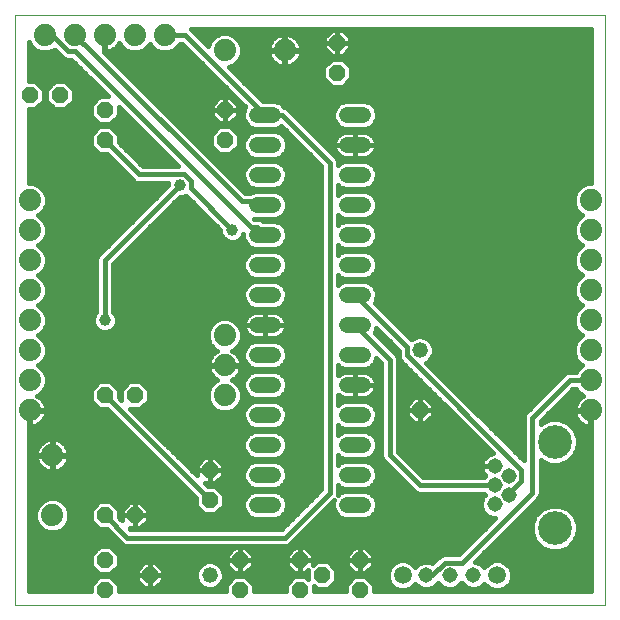
<source format=gbl>
G75*
%MOIN*%
%OFA0B0*%
%FSLAX25Y25*%
%IPPOS*%
%LPD*%
%AMOC8*
5,1,8,0,0,1.08239X$1,22.5*
%
%ADD10C,0.00000*%
%ADD11C,0.07400*%
%ADD12OC8,0.05200*%
%ADD13C,0.05200*%
%ADD14C,0.05150*%
%ADD15C,0.11220*%
%ADD16C,0.05200*%
%ADD17C,0.05937*%
%ADD18C,0.01600*%
%ADD19C,0.03962*%
D10*
X0004919Y0007548D02*
X0004919Y0204398D01*
X0201769Y0204398D01*
X0201769Y0007548D01*
X0004919Y0007548D01*
D11*
X0017419Y0037548D03*
X0017419Y0057548D03*
X0009919Y0072548D03*
X0009919Y0082548D03*
X0009919Y0092548D03*
X0009919Y0102548D03*
X0009919Y0112548D03*
X0009919Y0122548D03*
X0009919Y0132548D03*
X0009919Y0142548D03*
X0014919Y0197548D03*
X0024919Y0197548D03*
X0034919Y0197548D03*
X0044919Y0197548D03*
X0054919Y0197548D03*
X0074919Y0192548D03*
X0094919Y0192548D03*
X0074919Y0097548D03*
X0074919Y0087548D03*
X0074919Y0077548D03*
X0196919Y0072548D03*
X0196919Y0082548D03*
X0196919Y0092548D03*
X0196919Y0102548D03*
X0196919Y0112548D03*
X0196919Y0122548D03*
X0196919Y0132548D03*
X0196919Y0142548D03*
D12*
X0139919Y0072548D03*
X0119919Y0022548D03*
X0119919Y0012548D03*
X0107419Y0017548D03*
X0099919Y0012548D03*
X0099919Y0022548D03*
X0079919Y0022548D03*
X0079919Y0012548D03*
X0069919Y0042548D03*
X0069919Y0052548D03*
X0044919Y0037548D03*
X0034919Y0037548D03*
X0034919Y0022548D03*
X0034919Y0012548D03*
X0049919Y0017548D03*
X0044919Y0077548D03*
X0034919Y0077548D03*
X0034919Y0162548D03*
X0034919Y0172548D03*
X0019919Y0177548D03*
X0009919Y0177548D03*
X0074919Y0172548D03*
X0074919Y0162548D03*
X0112419Y0185048D03*
X0112419Y0195048D03*
D13*
X0139919Y0092548D03*
X0069919Y0017548D03*
D14*
X0142045Y0017548D03*
X0149919Y0017548D03*
X0157793Y0017548D03*
X0164840Y0041249D03*
X0169565Y0044398D03*
X0164840Y0047548D03*
X0169565Y0050698D03*
X0164840Y0053847D03*
D15*
X0184919Y0061918D03*
X0184919Y0033178D03*
D16*
X0120944Y0040973D02*
X0115744Y0040973D01*
X0115744Y0050973D02*
X0120944Y0050973D01*
X0120944Y0060973D02*
X0115744Y0060973D01*
X0115744Y0070973D02*
X0120944Y0070973D01*
X0120944Y0080973D02*
X0115744Y0080973D01*
X0115744Y0090973D02*
X0120944Y0090973D01*
X0120944Y0100973D02*
X0115744Y0100973D01*
X0115744Y0110973D02*
X0120944Y0110973D01*
X0120944Y0120973D02*
X0115744Y0120973D01*
X0115744Y0130973D02*
X0120944Y0130973D01*
X0120944Y0140973D02*
X0115744Y0140973D01*
X0115744Y0150973D02*
X0120944Y0150973D01*
X0120944Y0160973D02*
X0115744Y0160973D01*
X0115744Y0170973D02*
X0120944Y0170973D01*
X0090944Y0170973D02*
X0085744Y0170973D01*
X0085744Y0160973D02*
X0090944Y0160973D01*
X0090944Y0150973D02*
X0085744Y0150973D01*
X0085744Y0140973D02*
X0090944Y0140973D01*
X0090944Y0130973D02*
X0085744Y0130973D01*
X0085744Y0120973D02*
X0090944Y0120973D01*
X0090944Y0110973D02*
X0085744Y0110973D01*
X0085744Y0100973D02*
X0090944Y0100973D01*
X0090944Y0090973D02*
X0085744Y0090973D01*
X0085744Y0080973D02*
X0090944Y0080973D01*
X0090944Y0070973D02*
X0085744Y0070973D01*
X0085744Y0060973D02*
X0090944Y0060973D01*
X0090944Y0050973D02*
X0085744Y0050973D01*
X0085744Y0040973D02*
X0090944Y0040973D01*
D17*
X0134171Y0017548D03*
X0165667Y0017548D03*
D18*
X0170213Y0015541D02*
X0196969Y0015541D01*
X0196969Y0017139D02*
X0170636Y0017139D01*
X0170636Y0016560D02*
X0170636Y0018536D01*
X0169879Y0020362D01*
X0168481Y0021760D01*
X0166655Y0022517D01*
X0164679Y0022517D01*
X0162853Y0021760D01*
X0161455Y0020362D01*
X0161453Y0020358D01*
X0160384Y0021426D01*
X0158703Y0022123D01*
X0158454Y0022123D01*
X0179005Y0042674D01*
X0179793Y0043462D01*
X0180219Y0044491D01*
X0180219Y0055856D01*
X0180608Y0055466D01*
X0183405Y0054308D01*
X0186433Y0054308D01*
X0189230Y0055466D01*
X0191371Y0057607D01*
X0192529Y0060404D01*
X0192529Y0063432D01*
X0191371Y0066229D01*
X0189230Y0068370D01*
X0186433Y0069528D01*
X0183405Y0069528D01*
X0180608Y0068370D01*
X0180219Y0067981D01*
X0180219Y0068888D01*
X0191079Y0079748D01*
X0191909Y0079748D01*
X0192087Y0079319D01*
X0193690Y0077716D01*
X0194383Y0077429D01*
X0194036Y0077252D01*
X0193336Y0076743D01*
X0192724Y0076131D01*
X0192215Y0075431D01*
X0191822Y0074659D01*
X0191554Y0073836D01*
X0191419Y0072981D01*
X0191419Y0072748D01*
X0196719Y0072748D01*
X0196719Y0072348D01*
X0196969Y0072348D01*
X0196969Y0012348D01*
X0124519Y0012348D01*
X0124519Y0014453D01*
X0121824Y0017148D01*
X0118014Y0017148D01*
X0115319Y0014453D01*
X0115319Y0012348D01*
X0104519Y0012348D01*
X0104519Y0013943D01*
X0105514Y0012948D01*
X0109324Y0012948D01*
X0112019Y0015643D01*
X0112019Y0019453D01*
X0109324Y0022148D01*
X0105514Y0022148D01*
X0104319Y0020953D01*
X0104319Y0022548D01*
X0099919Y0022548D01*
X0099919Y0018148D01*
X0101742Y0018148D01*
X0102819Y0019226D01*
X0102819Y0016153D01*
X0101824Y0017148D01*
X0098014Y0017148D01*
X0095319Y0014453D01*
X0095319Y0012348D01*
X0084519Y0012348D01*
X0084519Y0014453D01*
X0081824Y0017148D01*
X0078014Y0017148D01*
X0075319Y0014453D01*
X0075319Y0012348D01*
X0039519Y0012348D01*
X0039519Y0014453D01*
X0036824Y0017148D01*
X0033014Y0017148D01*
X0030319Y0014453D01*
X0030319Y0012348D01*
X0009719Y0012348D01*
X0009719Y0072348D01*
X0010119Y0072348D01*
X0010119Y0067048D01*
X0010352Y0067048D01*
X0011207Y0067183D01*
X0012030Y0067451D01*
X0012802Y0067844D01*
X0013502Y0068353D01*
X0014114Y0068965D01*
X0014623Y0069665D01*
X0015016Y0070437D01*
X0015284Y0071260D01*
X0015419Y0072115D01*
X0015419Y0072348D01*
X0010119Y0072348D01*
X0010119Y0072748D01*
X0015419Y0072748D01*
X0015419Y0072981D01*
X0015284Y0073836D01*
X0015016Y0074659D01*
X0014623Y0075431D01*
X0014114Y0076131D01*
X0013502Y0076743D01*
X0012802Y0077252D01*
X0012455Y0077429D01*
X0013148Y0077716D01*
X0014751Y0079319D01*
X0015619Y0081414D01*
X0015619Y0083682D01*
X0014751Y0085777D01*
X0013148Y0087380D01*
X0012743Y0087548D01*
X0013148Y0087716D01*
X0014751Y0089319D01*
X0015619Y0091414D01*
X0015619Y0093682D01*
X0014751Y0095777D01*
X0013148Y0097380D01*
X0012743Y0097548D01*
X0013148Y0097716D01*
X0014751Y0099319D01*
X0015619Y0101414D01*
X0015619Y0103682D01*
X0014751Y0105777D01*
X0013148Y0107380D01*
X0012743Y0107548D01*
X0013148Y0107716D01*
X0014751Y0109319D01*
X0015619Y0111414D01*
X0015619Y0113682D01*
X0014751Y0115777D01*
X0013148Y0117380D01*
X0012743Y0117548D01*
X0013148Y0117716D01*
X0014751Y0119319D01*
X0015619Y0121414D01*
X0015619Y0123682D01*
X0014751Y0125777D01*
X0013148Y0127380D01*
X0012743Y0127548D01*
X0013148Y0127716D01*
X0014751Y0129319D01*
X0015619Y0131414D01*
X0015619Y0133682D01*
X0014751Y0135777D01*
X0013148Y0137380D01*
X0012743Y0137548D01*
X0013148Y0137716D01*
X0014751Y0139319D01*
X0015619Y0141414D01*
X0015619Y0143682D01*
X0014751Y0145777D01*
X0013148Y0147380D01*
X0011053Y0148248D01*
X0009719Y0148248D01*
X0009719Y0172948D01*
X0011824Y0172948D01*
X0014519Y0175643D01*
X0014519Y0179453D01*
X0011824Y0182148D01*
X0009719Y0182148D01*
X0009719Y0195207D01*
X0010087Y0194319D01*
X0011690Y0192716D01*
X0013785Y0191848D01*
X0016053Y0191848D01*
X0018148Y0192716D01*
X0018222Y0192790D01*
X0021138Y0189874D01*
X0022167Y0189448D01*
X0023784Y0189448D01*
X0036084Y0177148D01*
X0033014Y0177148D01*
X0030319Y0174453D01*
X0030319Y0170643D01*
X0033014Y0167948D01*
X0036824Y0167948D01*
X0039519Y0170643D01*
X0039519Y0173713D01*
X0059303Y0153929D01*
X0047498Y0153929D01*
X0039519Y0161908D01*
X0039519Y0164453D01*
X0036824Y0167148D01*
X0033014Y0167148D01*
X0030319Y0164453D01*
X0030319Y0160643D01*
X0033014Y0157948D01*
X0035559Y0157948D01*
X0043964Y0149543D01*
X0044752Y0148755D01*
X0045781Y0148329D01*
X0055938Y0148329D01*
X0055938Y0147527D01*
X0032545Y0124134D01*
X0032119Y0123105D01*
X0032119Y0105378D01*
X0031544Y0104803D01*
X0030938Y0103340D01*
X0030938Y0101756D01*
X0031544Y0100293D01*
X0032664Y0099173D01*
X0034127Y0098567D01*
X0035711Y0098567D01*
X0037174Y0099173D01*
X0038294Y0100293D01*
X0038900Y0101756D01*
X0038900Y0103340D01*
X0038294Y0104803D01*
X0037719Y0105378D01*
X0037719Y0121388D01*
X0059898Y0143567D01*
X0060711Y0143567D01*
X0061934Y0144073D01*
X0073438Y0132569D01*
X0073438Y0131756D01*
X0074044Y0130293D01*
X0075164Y0129173D01*
X0076627Y0128567D01*
X0078211Y0128567D01*
X0079674Y0129173D01*
X0080794Y0130293D01*
X0081144Y0131138D01*
X0081144Y0130058D01*
X0081845Y0128368D01*
X0083139Y0127074D01*
X0084829Y0126373D01*
X0091859Y0126373D01*
X0093550Y0127074D01*
X0094844Y0128368D01*
X0095544Y0130058D01*
X0095544Y0131888D01*
X0094844Y0133579D01*
X0093550Y0134873D01*
X0091859Y0135573D01*
X0087704Y0135573D01*
X0087371Y0135906D01*
X0086342Y0136332D01*
X0084819Y0136332D01*
X0084742Y0136409D01*
X0084829Y0136373D01*
X0091859Y0136373D01*
X0093550Y0137074D01*
X0094844Y0138368D01*
X0095544Y0140058D01*
X0095544Y0141888D01*
X0094844Y0143579D01*
X0093550Y0144873D01*
X0091859Y0145573D01*
X0084829Y0145573D01*
X0083440Y0144998D01*
X0081673Y0144998D01*
X0034623Y0192048D01*
X0034719Y0192048D01*
X0034719Y0197348D01*
X0035119Y0197348D01*
X0035119Y0192048D01*
X0035352Y0192048D01*
X0036207Y0192183D01*
X0037030Y0192451D01*
X0037802Y0192844D01*
X0038502Y0193353D01*
X0039114Y0193965D01*
X0039623Y0194665D01*
X0039800Y0195012D01*
X0040087Y0194319D01*
X0041690Y0192716D01*
X0043785Y0191848D01*
X0046053Y0191848D01*
X0048148Y0192716D01*
X0049751Y0194319D01*
X0049919Y0194724D01*
X0050087Y0194319D01*
X0051690Y0192716D01*
X0053785Y0191848D01*
X0056053Y0191848D01*
X0058148Y0192716D01*
X0059751Y0194319D01*
X0059929Y0194748D01*
X0060610Y0194748D01*
X0081825Y0173532D01*
X0081144Y0171888D01*
X0081144Y0170058D01*
X0081845Y0168368D01*
X0083139Y0167074D01*
X0084829Y0166373D01*
X0091859Y0166373D01*
X0093550Y0167074D01*
X0093742Y0167265D01*
X0107119Y0153888D01*
X0107119Y0046208D01*
X0093759Y0032848D01*
X0043579Y0032848D01*
X0043279Y0033148D01*
X0044919Y0033148D01*
X0046742Y0033148D01*
X0049319Y0035725D01*
X0049319Y0037548D01*
X0044919Y0037548D01*
X0044919Y0033148D01*
X0044919Y0037548D01*
X0044919Y0037548D01*
X0040519Y0037548D01*
X0040519Y0035908D01*
X0039519Y0036908D01*
X0039519Y0039453D01*
X0036824Y0042148D01*
X0033014Y0042148D01*
X0030319Y0039453D01*
X0030319Y0035643D01*
X0033014Y0032948D01*
X0035559Y0032948D01*
X0040833Y0027674D01*
X0041862Y0027248D01*
X0095476Y0027248D01*
X0096505Y0027674D01*
X0097293Y0028462D01*
X0111445Y0042614D01*
X0111144Y0041888D01*
X0111144Y0040058D01*
X0111845Y0038368D01*
X0113139Y0037074D01*
X0114829Y0036373D01*
X0121859Y0036373D01*
X0123550Y0037074D01*
X0124844Y0038368D01*
X0125544Y0040058D01*
X0125544Y0041888D01*
X0124844Y0043579D01*
X0123550Y0044873D01*
X0121859Y0045573D01*
X0114829Y0045573D01*
X0113139Y0044873D01*
X0112692Y0044427D01*
X0112719Y0044491D01*
X0112719Y0047493D01*
X0113139Y0047074D01*
X0114829Y0046373D01*
X0121859Y0046373D01*
X0123550Y0047074D01*
X0124844Y0048368D01*
X0125544Y0050058D01*
X0125544Y0051888D01*
X0124844Y0053579D01*
X0123550Y0054873D01*
X0121859Y0055573D01*
X0114829Y0055573D01*
X0113139Y0054873D01*
X0112719Y0054453D01*
X0112719Y0057493D01*
X0113139Y0057074D01*
X0114829Y0056373D01*
X0121859Y0056373D01*
X0123550Y0057074D01*
X0124844Y0058368D01*
X0125544Y0060058D01*
X0125544Y0061888D01*
X0124844Y0063579D01*
X0123550Y0064873D01*
X0121859Y0065573D01*
X0114829Y0065573D01*
X0113139Y0064873D01*
X0112719Y0064453D01*
X0112719Y0067493D01*
X0113139Y0067074D01*
X0114829Y0066373D01*
X0121859Y0066373D01*
X0123550Y0067074D01*
X0124844Y0068368D01*
X0125544Y0070058D01*
X0125544Y0071888D01*
X0124844Y0073579D01*
X0123550Y0074873D01*
X0121859Y0075573D01*
X0114829Y0075573D01*
X0113139Y0074873D01*
X0112719Y0074453D01*
X0112719Y0077776D01*
X0112878Y0077617D01*
X0113438Y0077210D01*
X0114055Y0076896D01*
X0114714Y0076682D01*
X0115398Y0076573D01*
X0118344Y0076573D01*
X0118344Y0080973D01*
X0118344Y0080973D01*
X0118344Y0076573D01*
X0121290Y0076573D01*
X0121975Y0076682D01*
X0122633Y0076896D01*
X0123250Y0077210D01*
X0123811Y0077617D01*
X0124300Y0078107D01*
X0124707Y0078667D01*
X0125022Y0079284D01*
X0125236Y0079943D01*
X0125344Y0080627D01*
X0125344Y0080973D01*
X0118344Y0080973D01*
X0118344Y0080973D01*
X0118344Y0085373D01*
X0115398Y0085373D01*
X0114714Y0085265D01*
X0114055Y0085051D01*
X0113438Y0084736D01*
X0112878Y0084329D01*
X0112719Y0084171D01*
X0112719Y0087493D01*
X0113139Y0087074D01*
X0114829Y0086373D01*
X0121859Y0086373D01*
X0123550Y0087074D01*
X0124844Y0088368D01*
X0125473Y0089885D01*
X0127119Y0088239D01*
X0127119Y0056991D01*
X0127545Y0055962D01*
X0128333Y0055174D01*
X0138333Y0045174D01*
X0139362Y0044748D01*
X0161171Y0044748D01*
X0161520Y0044398D01*
X0160962Y0043840D01*
X0160265Y0042159D01*
X0160265Y0040339D01*
X0160962Y0038657D01*
X0162249Y0037370D01*
X0163930Y0036674D01*
X0165085Y0036674D01*
X0152934Y0024523D01*
X0147633Y0024523D01*
X0146604Y0024097D01*
X0145816Y0023309D01*
X0144139Y0021632D01*
X0142955Y0022123D01*
X0141135Y0022123D01*
X0139454Y0021426D01*
X0138385Y0020358D01*
X0138383Y0020362D01*
X0136985Y0021760D01*
X0135159Y0022517D01*
X0133183Y0022517D01*
X0131357Y0021760D01*
X0129959Y0020362D01*
X0129202Y0018536D01*
X0129202Y0016560D01*
X0129959Y0014734D01*
X0131357Y0013336D01*
X0133183Y0012580D01*
X0135159Y0012580D01*
X0136985Y0013336D01*
X0138383Y0014734D01*
X0138385Y0014738D01*
X0139454Y0013670D01*
X0141135Y0012973D01*
X0142955Y0012973D01*
X0144636Y0013670D01*
X0145923Y0014957D01*
X0145982Y0015098D01*
X0146041Y0014957D01*
X0147328Y0013670D01*
X0149009Y0012973D01*
X0150829Y0012973D01*
X0152510Y0013670D01*
X0153797Y0014957D01*
X0153856Y0015098D01*
X0153915Y0014957D01*
X0155202Y0013670D01*
X0156883Y0012973D01*
X0158703Y0012973D01*
X0160384Y0013670D01*
X0161453Y0014738D01*
X0161455Y0014734D01*
X0162853Y0013336D01*
X0164679Y0012580D01*
X0166655Y0012580D01*
X0168481Y0013336D01*
X0169879Y0014734D01*
X0170636Y0016560D01*
X0170552Y0018738D02*
X0196969Y0018738D01*
X0196969Y0020336D02*
X0169890Y0020336D01*
X0168060Y0021935D02*
X0196969Y0021935D01*
X0196969Y0023533D02*
X0159864Y0023533D01*
X0159157Y0021935D02*
X0163274Y0021935D01*
X0161462Y0025132D02*
X0196969Y0025132D01*
X0196969Y0026730D02*
X0189234Y0026730D01*
X0189230Y0026726D02*
X0191371Y0028867D01*
X0192529Y0031664D01*
X0192529Y0034692D01*
X0191371Y0037489D01*
X0189230Y0039630D01*
X0186433Y0040788D01*
X0183405Y0040788D01*
X0180608Y0039630D01*
X0178467Y0037489D01*
X0177309Y0034692D01*
X0177309Y0031664D01*
X0178467Y0028867D01*
X0180608Y0026726D01*
X0183405Y0025568D01*
X0186433Y0025568D01*
X0189230Y0026726D01*
X0190832Y0028329D02*
X0196969Y0028329D01*
X0196969Y0029927D02*
X0191810Y0029927D01*
X0192472Y0031526D02*
X0196969Y0031526D01*
X0196969Y0033124D02*
X0192529Y0033124D01*
X0192516Y0034723D02*
X0196969Y0034723D01*
X0196969Y0036321D02*
X0191854Y0036321D01*
X0190940Y0037920D02*
X0196969Y0037920D01*
X0196969Y0039518D02*
X0189341Y0039518D01*
X0196969Y0041117D02*
X0177448Y0041117D01*
X0179005Y0042674D02*
X0179005Y0042674D01*
X0179046Y0042715D02*
X0196969Y0042715D01*
X0196969Y0044314D02*
X0180146Y0044314D01*
X0180219Y0045912D02*
X0196969Y0045912D01*
X0196969Y0047511D02*
X0180219Y0047511D01*
X0180219Y0049109D02*
X0196969Y0049109D01*
X0196969Y0050708D02*
X0180219Y0050708D01*
X0180219Y0052306D02*
X0196969Y0052306D01*
X0196969Y0053905D02*
X0180219Y0053905D01*
X0180219Y0055503D02*
X0180571Y0055503D01*
X0174619Y0055868D02*
X0142040Y0088447D01*
X0142525Y0088648D01*
X0143819Y0089942D01*
X0144519Y0091633D01*
X0144519Y0093463D01*
X0143819Y0095154D01*
X0142525Y0096448D01*
X0140834Y0097148D01*
X0139004Y0097148D01*
X0137313Y0096448D01*
X0137071Y0096206D01*
X0124863Y0108414D01*
X0125544Y0110058D01*
X0125544Y0111888D01*
X0124844Y0113579D01*
X0123550Y0114873D01*
X0121859Y0115573D01*
X0114829Y0115573D01*
X0113139Y0114873D01*
X0112719Y0114453D01*
X0112719Y0117493D01*
X0113139Y0117074D01*
X0114829Y0116373D01*
X0121859Y0116373D01*
X0123550Y0117074D01*
X0124844Y0118368D01*
X0125544Y0120058D01*
X0125544Y0121888D01*
X0124844Y0123579D01*
X0123550Y0124873D01*
X0121859Y0125573D01*
X0114829Y0125573D01*
X0113139Y0124873D01*
X0112719Y0124453D01*
X0112719Y0127493D01*
X0113139Y0127074D01*
X0114829Y0126373D01*
X0121859Y0126373D01*
X0123550Y0127074D01*
X0124844Y0128368D01*
X0125544Y0130058D01*
X0125544Y0131888D01*
X0124844Y0133579D01*
X0123550Y0134873D01*
X0121859Y0135573D01*
X0114829Y0135573D01*
X0113139Y0134873D01*
X0112719Y0134453D01*
X0112719Y0137493D01*
X0113139Y0137074D01*
X0114829Y0136373D01*
X0121859Y0136373D01*
X0123550Y0137074D01*
X0124844Y0138368D01*
X0125544Y0140058D01*
X0125544Y0141888D01*
X0124844Y0143579D01*
X0123550Y0144873D01*
X0121859Y0145573D01*
X0114829Y0145573D01*
X0113139Y0144873D01*
X0112719Y0144453D01*
X0112719Y0147493D01*
X0113139Y0147074D01*
X0114829Y0146373D01*
X0121859Y0146373D01*
X0123550Y0147074D01*
X0124844Y0148368D01*
X0125544Y0150058D01*
X0125544Y0151888D01*
X0124844Y0153579D01*
X0123550Y0154873D01*
X0121859Y0155573D01*
X0114829Y0155573D01*
X0113139Y0154873D01*
X0112719Y0154453D01*
X0112719Y0155605D01*
X0112293Y0156634D01*
X0111505Y0157422D01*
X0095580Y0173347D01*
X0094719Y0173703D01*
X0093550Y0174873D01*
X0091859Y0175573D01*
X0087704Y0175573D01*
X0076319Y0186958D01*
X0078148Y0187716D01*
X0079751Y0189319D01*
X0080619Y0191414D01*
X0080619Y0193682D01*
X0079751Y0195777D01*
X0078148Y0197380D01*
X0076053Y0198248D01*
X0073785Y0198248D01*
X0071690Y0197380D01*
X0070087Y0195777D01*
X0069329Y0193948D01*
X0063679Y0199598D01*
X0196969Y0199598D01*
X0196969Y0148248D01*
X0195785Y0148248D01*
X0193690Y0147380D01*
X0192087Y0145777D01*
X0191219Y0143682D01*
X0191219Y0141414D01*
X0192087Y0139319D01*
X0193690Y0137716D01*
X0194095Y0137548D01*
X0193690Y0137380D01*
X0192087Y0135777D01*
X0191219Y0133682D01*
X0191219Y0131414D01*
X0192087Y0129319D01*
X0193690Y0127716D01*
X0194095Y0127548D01*
X0193690Y0127380D01*
X0192087Y0125777D01*
X0191219Y0123682D01*
X0191219Y0121414D01*
X0192087Y0119319D01*
X0193690Y0117716D01*
X0194095Y0117548D01*
X0193690Y0117380D01*
X0192087Y0115777D01*
X0191219Y0113682D01*
X0191219Y0111414D01*
X0192087Y0109319D01*
X0193690Y0107716D01*
X0194095Y0107548D01*
X0193690Y0107380D01*
X0192087Y0105777D01*
X0191219Y0103682D01*
X0191219Y0101414D01*
X0192087Y0099319D01*
X0193690Y0097716D01*
X0194095Y0097548D01*
X0193690Y0097380D01*
X0192087Y0095777D01*
X0191219Y0093682D01*
X0191219Y0091414D01*
X0192087Y0089319D01*
X0193690Y0087716D01*
X0194095Y0087548D01*
X0193690Y0087380D01*
X0192087Y0085777D01*
X0191909Y0085348D01*
X0189362Y0085348D01*
X0188333Y0084922D01*
X0175045Y0071634D01*
X0174619Y0070605D01*
X0174619Y0055868D01*
X0174619Y0057102D02*
X0173385Y0057102D01*
X0174619Y0058700D02*
X0171787Y0058700D01*
X0170188Y0060299D02*
X0174619Y0060299D01*
X0174619Y0061897D02*
X0168590Y0061897D01*
X0166991Y0063496D02*
X0174619Y0063496D01*
X0174619Y0065094D02*
X0165393Y0065094D01*
X0163794Y0066693D02*
X0174619Y0066693D01*
X0174619Y0068291D02*
X0162196Y0068291D01*
X0160597Y0069890D02*
X0174619Y0069890D01*
X0174985Y0071488D02*
X0158999Y0071488D01*
X0157400Y0073087D02*
X0176498Y0073087D01*
X0178097Y0074686D02*
X0155802Y0074686D01*
X0154203Y0076284D02*
X0179695Y0076284D01*
X0181294Y0077883D02*
X0152605Y0077883D01*
X0151006Y0079481D02*
X0182892Y0079481D01*
X0184491Y0081080D02*
X0149408Y0081080D01*
X0147809Y0082678D02*
X0186089Y0082678D01*
X0187688Y0084277D02*
X0146211Y0084277D01*
X0144612Y0085875D02*
X0192185Y0085875D01*
X0193916Y0087474D02*
X0143013Y0087474D01*
X0142948Y0089072D02*
X0192334Y0089072D01*
X0191527Y0090671D02*
X0144120Y0090671D01*
X0144519Y0092269D02*
X0191219Y0092269D01*
X0191296Y0093868D02*
X0144351Y0093868D01*
X0143506Y0095466D02*
X0191958Y0095466D01*
X0193375Y0097065D02*
X0141035Y0097065D01*
X0138803Y0097065D02*
X0136213Y0097065D01*
X0134614Y0098663D02*
X0192743Y0098663D01*
X0191696Y0100262D02*
X0133016Y0100262D01*
X0131417Y0101860D02*
X0191219Y0101860D01*
X0191219Y0103459D02*
X0129818Y0103459D01*
X0128220Y0105057D02*
X0191789Y0105057D01*
X0192966Y0106656D02*
X0126621Y0106656D01*
X0125023Y0108254D02*
X0193152Y0108254D01*
X0191866Y0109853D02*
X0125459Y0109853D01*
X0125544Y0111451D02*
X0191219Y0111451D01*
X0191219Y0113050D02*
X0125063Y0113050D01*
X0123775Y0114648D02*
X0191619Y0114648D01*
X0192557Y0116247D02*
X0112719Y0116247D01*
X0112719Y0114648D02*
X0112914Y0114648D01*
X0107119Y0114648D02*
X0093775Y0114648D01*
X0093550Y0114873D02*
X0094844Y0113579D01*
X0095544Y0111888D01*
X0095544Y0110058D01*
X0094844Y0108368D01*
X0093550Y0107074D01*
X0091859Y0106373D01*
X0084829Y0106373D01*
X0083139Y0107074D01*
X0081845Y0108368D01*
X0081144Y0110058D01*
X0081144Y0111888D01*
X0081845Y0113579D01*
X0083139Y0114873D01*
X0084829Y0115573D01*
X0091859Y0115573D01*
X0093550Y0114873D01*
X0093550Y0117074D02*
X0094844Y0118368D01*
X0095544Y0120058D01*
X0095544Y0121888D01*
X0094844Y0123579D01*
X0093550Y0124873D01*
X0091859Y0125573D01*
X0084829Y0125573D01*
X0083139Y0124873D01*
X0081845Y0123579D01*
X0081144Y0121888D01*
X0081144Y0120058D01*
X0081845Y0118368D01*
X0083139Y0117074D01*
X0084829Y0116373D01*
X0091859Y0116373D01*
X0093550Y0117074D01*
X0094322Y0117845D02*
X0107119Y0117845D01*
X0107119Y0116247D02*
X0037719Y0116247D01*
X0037719Y0117845D02*
X0082367Y0117845D01*
X0081399Y0119444D02*
X0037719Y0119444D01*
X0037719Y0121042D02*
X0081144Y0121042D01*
X0081456Y0122641D02*
X0038972Y0122641D01*
X0040570Y0124239D02*
X0082505Y0124239D01*
X0082776Y0127436D02*
X0043767Y0127436D01*
X0042169Y0125838D02*
X0107119Y0125838D01*
X0107119Y0127436D02*
X0093913Y0127436D01*
X0095120Y0129035D02*
X0107119Y0129035D01*
X0107119Y0130633D02*
X0095544Y0130633D01*
X0095402Y0132232D02*
X0107119Y0132232D01*
X0107119Y0133830D02*
X0094592Y0133830D01*
X0092208Y0135429D02*
X0107119Y0135429D01*
X0107119Y0137027D02*
X0093439Y0137027D01*
X0094951Y0138626D02*
X0107119Y0138626D01*
X0107119Y0140224D02*
X0095544Y0140224D01*
X0095544Y0141823D02*
X0107119Y0141823D01*
X0107119Y0143421D02*
X0094909Y0143421D01*
X0093195Y0145020D02*
X0107119Y0145020D01*
X0107119Y0146619D02*
X0092451Y0146619D01*
X0091859Y0146373D02*
X0093550Y0147074D01*
X0094844Y0148368D01*
X0095544Y0150058D01*
X0095544Y0151888D01*
X0094844Y0153579D01*
X0093550Y0154873D01*
X0091859Y0155573D01*
X0084829Y0155573D01*
X0083139Y0154873D01*
X0081845Y0153579D01*
X0081144Y0151888D01*
X0081144Y0150058D01*
X0081845Y0148368D01*
X0083139Y0147074D01*
X0084829Y0146373D01*
X0091859Y0146373D01*
X0094693Y0148217D02*
X0107119Y0148217D01*
X0107119Y0149816D02*
X0095444Y0149816D01*
X0095544Y0151414D02*
X0107119Y0151414D01*
X0107119Y0153013D02*
X0095078Y0153013D01*
X0093812Y0154611D02*
X0106396Y0154611D01*
X0104798Y0156210D02*
X0070462Y0156210D01*
X0068863Y0157808D02*
X0082404Y0157808D01*
X0081845Y0158368D02*
X0083139Y0157074D01*
X0084829Y0156373D01*
X0091859Y0156373D01*
X0093550Y0157074D01*
X0094844Y0158368D01*
X0095544Y0160058D01*
X0095544Y0161888D01*
X0094844Y0163579D01*
X0093550Y0164873D01*
X0091859Y0165573D01*
X0084829Y0165573D01*
X0083139Y0164873D01*
X0081845Y0163579D01*
X0081144Y0161888D01*
X0081144Y0160058D01*
X0081845Y0158368D01*
X0081414Y0159407D02*
X0078283Y0159407D01*
X0079519Y0160643D02*
X0076824Y0157948D01*
X0073014Y0157948D01*
X0070319Y0160643D01*
X0070319Y0164453D01*
X0073014Y0167148D01*
X0076824Y0167148D01*
X0079519Y0164453D01*
X0079519Y0160643D01*
X0079519Y0161005D02*
X0081144Y0161005D01*
X0081441Y0162604D02*
X0079519Y0162604D01*
X0079519Y0164202D02*
X0082468Y0164202D01*
X0082813Y0167399D02*
X0059272Y0167399D01*
X0057674Y0168998D02*
X0072247Y0168998D01*
X0073096Y0168148D02*
X0074919Y0168148D01*
X0076742Y0168148D01*
X0079319Y0170725D01*
X0079319Y0172548D01*
X0074919Y0172548D01*
X0074919Y0168148D01*
X0074919Y0172548D01*
X0074919Y0172548D01*
X0070519Y0172548D01*
X0070519Y0170725D01*
X0073096Y0168148D01*
X0074919Y0168998D02*
X0074919Y0168998D01*
X0074919Y0170596D02*
X0074919Y0170596D01*
X0074919Y0172195D02*
X0074919Y0172195D01*
X0074919Y0172548D02*
X0074919Y0172548D01*
X0074919Y0172548D01*
X0070519Y0172548D01*
X0070519Y0174371D01*
X0073096Y0176948D01*
X0074919Y0176948D01*
X0076742Y0176948D01*
X0079319Y0174371D01*
X0079319Y0172548D01*
X0074919Y0172548D01*
X0074919Y0176948D01*
X0074919Y0172548D01*
X0074919Y0172548D01*
X0074919Y0173793D02*
X0074919Y0173793D01*
X0074919Y0175392D02*
X0074919Y0175392D01*
X0071540Y0175392D02*
X0051280Y0175392D01*
X0052878Y0173793D02*
X0070519Y0173793D01*
X0070519Y0172195D02*
X0054477Y0172195D01*
X0056075Y0170596D02*
X0070648Y0170596D01*
X0071666Y0165801D02*
X0060871Y0165801D01*
X0062469Y0164202D02*
X0070319Y0164202D01*
X0070319Y0162604D02*
X0064068Y0162604D01*
X0065666Y0161005D02*
X0070319Y0161005D01*
X0071555Y0159407D02*
X0067265Y0159407D01*
X0072060Y0154611D02*
X0082877Y0154611D01*
X0081610Y0153013D02*
X0073659Y0153013D01*
X0075257Y0151414D02*
X0081144Y0151414D01*
X0081245Y0149816D02*
X0076856Y0149816D01*
X0078454Y0148217D02*
X0081995Y0148217D01*
X0080053Y0146619D02*
X0084237Y0146619D01*
X0083494Y0145020D02*
X0081651Y0145020D01*
X0080514Y0142198D02*
X0087120Y0142198D01*
X0088344Y0140973D01*
X0085785Y0133532D02*
X0083659Y0133532D01*
X0024943Y0192248D01*
X0022724Y0192248D01*
X0017424Y0197548D01*
X0014919Y0197548D01*
X0011431Y0192975D02*
X0009719Y0192975D01*
X0009719Y0191377D02*
X0019635Y0191377D01*
X0021369Y0189778D02*
X0009719Y0189778D01*
X0009719Y0188180D02*
X0025052Y0188180D01*
X0026650Y0186581D02*
X0009719Y0186581D01*
X0009719Y0184983D02*
X0028249Y0184983D01*
X0029847Y0183384D02*
X0009719Y0183384D01*
X0012187Y0181786D02*
X0017651Y0181786D01*
X0018014Y0182148D02*
X0015319Y0179453D01*
X0015319Y0175643D01*
X0018014Y0172948D01*
X0021824Y0172948D01*
X0024519Y0175643D01*
X0024519Y0179453D01*
X0021824Y0182148D01*
X0018014Y0182148D01*
X0016053Y0180187D02*
X0013785Y0180187D01*
X0014519Y0178589D02*
X0015319Y0178589D01*
X0015319Y0176990D02*
X0014519Y0176990D01*
X0014268Y0175392D02*
X0015570Y0175392D01*
X0017168Y0173793D02*
X0012670Y0173793D01*
X0009719Y0172195D02*
X0030319Y0172195D01*
X0030319Y0173793D02*
X0022670Y0173793D01*
X0024268Y0175392D02*
X0031257Y0175392D01*
X0032856Y0176990D02*
X0024519Y0176990D01*
X0024519Y0178589D02*
X0034643Y0178589D01*
X0033044Y0180187D02*
X0023785Y0180187D01*
X0022187Y0181786D02*
X0031446Y0181786D01*
X0038492Y0188180D02*
X0067178Y0188180D01*
X0065579Y0189778D02*
X0036893Y0189778D01*
X0035295Y0191377D02*
X0063981Y0191377D01*
X0062382Y0192975D02*
X0058407Y0192975D01*
X0059857Y0194574D02*
X0060784Y0194574D01*
X0061769Y0197548D02*
X0088344Y0170973D01*
X0093994Y0170973D01*
X0109919Y0155048D01*
X0109919Y0045048D01*
X0094919Y0030048D01*
X0042419Y0030048D01*
X0034919Y0037548D01*
X0037856Y0041117D02*
X0042265Y0041117D01*
X0043096Y0041948D02*
X0040519Y0039371D01*
X0040519Y0037548D01*
X0044919Y0037548D01*
X0044919Y0037548D01*
X0044919Y0037548D01*
X0044919Y0041948D01*
X0043096Y0041948D01*
X0044919Y0041948D02*
X0044919Y0037548D01*
X0044919Y0037548D01*
X0049319Y0037548D01*
X0049319Y0039371D01*
X0046742Y0041948D01*
X0044919Y0041948D01*
X0044919Y0041117D02*
X0044919Y0041117D01*
X0044919Y0039518D02*
X0044919Y0039518D01*
X0044919Y0037920D02*
X0044919Y0037920D01*
X0044919Y0036321D02*
X0044919Y0036321D01*
X0044919Y0034723D02*
X0044919Y0034723D01*
X0043303Y0033124D02*
X0094035Y0033124D01*
X0095634Y0034723D02*
X0048316Y0034723D01*
X0049319Y0036321D02*
X0097232Y0036321D01*
X0098831Y0037920D02*
X0094396Y0037920D01*
X0094844Y0038368D02*
X0095544Y0040058D01*
X0095544Y0041888D01*
X0094844Y0043579D01*
X0093550Y0044873D01*
X0091859Y0045573D01*
X0084829Y0045573D01*
X0083139Y0044873D01*
X0081845Y0043579D01*
X0081144Y0041888D01*
X0081144Y0040058D01*
X0081845Y0038368D01*
X0083139Y0037074D01*
X0084829Y0036373D01*
X0091859Y0036373D01*
X0093550Y0037074D01*
X0094844Y0038368D01*
X0095321Y0039518D02*
X0100429Y0039518D01*
X0102028Y0041117D02*
X0095544Y0041117D01*
X0095202Y0042715D02*
X0103626Y0042715D01*
X0105225Y0044314D02*
X0094109Y0044314D01*
X0093550Y0047074D02*
X0094844Y0048368D01*
X0095544Y0050058D01*
X0095544Y0051888D01*
X0094844Y0053579D01*
X0093550Y0054873D01*
X0091859Y0055573D01*
X0084829Y0055573D01*
X0083139Y0054873D01*
X0081845Y0053579D01*
X0081144Y0051888D01*
X0081144Y0050058D01*
X0081845Y0048368D01*
X0083139Y0047074D01*
X0084829Y0046373D01*
X0091859Y0046373D01*
X0093550Y0047074D01*
X0093987Y0047511D02*
X0107119Y0047511D01*
X0107119Y0049109D02*
X0095151Y0049109D01*
X0095544Y0050708D02*
X0107119Y0050708D01*
X0107119Y0052306D02*
X0095371Y0052306D01*
X0094518Y0053905D02*
X0107119Y0053905D01*
X0107119Y0055503D02*
X0092028Y0055503D01*
X0091859Y0056373D02*
X0093550Y0057074D01*
X0094844Y0058368D01*
X0095544Y0060058D01*
X0095544Y0061888D01*
X0094844Y0063579D01*
X0093550Y0064873D01*
X0091859Y0065573D01*
X0084829Y0065573D01*
X0083139Y0064873D01*
X0081845Y0063579D01*
X0081144Y0061888D01*
X0081144Y0060058D01*
X0081845Y0058368D01*
X0083139Y0057074D01*
X0084829Y0056373D01*
X0091859Y0056373D01*
X0093578Y0057102D02*
X0107119Y0057102D01*
X0107119Y0058700D02*
X0094982Y0058700D01*
X0095544Y0060299D02*
X0107119Y0060299D01*
X0107119Y0061897D02*
X0095540Y0061897D01*
X0094878Y0063496D02*
X0107119Y0063496D01*
X0107119Y0065094D02*
X0093015Y0065094D01*
X0092631Y0066693D02*
X0107119Y0066693D01*
X0107119Y0068291D02*
X0094768Y0068291D01*
X0094844Y0068368D02*
X0095544Y0070058D01*
X0095544Y0071888D01*
X0094844Y0073579D01*
X0093550Y0074873D01*
X0091859Y0075573D01*
X0084829Y0075573D01*
X0083139Y0074873D01*
X0081845Y0073579D01*
X0081144Y0071888D01*
X0081144Y0070058D01*
X0081845Y0068368D01*
X0083139Y0067074D01*
X0084829Y0066373D01*
X0091859Y0066373D01*
X0093550Y0067074D01*
X0094844Y0068368D01*
X0095474Y0069890D02*
X0107119Y0069890D01*
X0107119Y0071488D02*
X0095544Y0071488D01*
X0095048Y0073087D02*
X0107119Y0073087D01*
X0107119Y0074686D02*
X0093737Y0074686D01*
X0093550Y0077074D02*
X0094844Y0078368D01*
X0095544Y0080058D01*
X0095544Y0081888D01*
X0094844Y0083579D01*
X0093550Y0084873D01*
X0091859Y0085573D01*
X0084829Y0085573D01*
X0083139Y0084873D01*
X0081845Y0083579D01*
X0081144Y0081888D01*
X0081144Y0080058D01*
X0081845Y0078368D01*
X0083139Y0077074D01*
X0084829Y0076373D01*
X0091859Y0076373D01*
X0093550Y0077074D01*
X0094359Y0077883D02*
X0107119Y0077883D01*
X0107119Y0079481D02*
X0095305Y0079481D01*
X0095544Y0081080D02*
X0107119Y0081080D01*
X0107119Y0082678D02*
X0095217Y0082678D01*
X0094146Y0084277D02*
X0107119Y0084277D01*
X0107119Y0085875D02*
X0080158Y0085875D01*
X0080284Y0086260D02*
X0080419Y0087115D01*
X0080419Y0087348D01*
X0075119Y0087348D01*
X0075119Y0087748D01*
X0080419Y0087748D01*
X0080419Y0087981D01*
X0080284Y0088836D01*
X0080016Y0089659D01*
X0079623Y0090431D01*
X0079114Y0091131D01*
X0078502Y0091743D01*
X0077802Y0092252D01*
X0077455Y0092429D01*
X0078148Y0092716D01*
X0079751Y0094319D01*
X0080619Y0096414D01*
X0080619Y0098682D01*
X0079751Y0100777D01*
X0078148Y0102380D01*
X0076053Y0103248D01*
X0073785Y0103248D01*
X0071690Y0102380D01*
X0070087Y0100777D01*
X0069219Y0098682D01*
X0069219Y0096414D01*
X0070087Y0094319D01*
X0071690Y0092716D01*
X0072383Y0092429D01*
X0072036Y0092252D01*
X0071336Y0091743D01*
X0070724Y0091131D01*
X0070215Y0090431D01*
X0069822Y0089659D01*
X0069554Y0088836D01*
X0069419Y0087981D01*
X0069419Y0087748D01*
X0074719Y0087748D01*
X0074719Y0087348D01*
X0069419Y0087348D01*
X0069419Y0087115D01*
X0069554Y0086260D01*
X0069822Y0085437D01*
X0070215Y0084665D01*
X0070724Y0083965D01*
X0071336Y0083353D01*
X0072036Y0082844D01*
X0072383Y0082667D01*
X0071690Y0082380D01*
X0070087Y0080777D01*
X0069219Y0078682D01*
X0069219Y0076414D01*
X0070087Y0074319D01*
X0071690Y0072716D01*
X0073785Y0071848D01*
X0076053Y0071848D01*
X0078148Y0072716D01*
X0079751Y0074319D01*
X0080619Y0076414D01*
X0080619Y0078682D01*
X0079751Y0080777D01*
X0078148Y0082380D01*
X0077455Y0082667D01*
X0077802Y0082844D01*
X0078502Y0083353D01*
X0079114Y0083965D01*
X0079623Y0084665D01*
X0080016Y0085437D01*
X0080284Y0086260D01*
X0079341Y0084277D02*
X0082542Y0084277D01*
X0081471Y0082678D02*
X0077476Y0082678D01*
X0079448Y0081080D02*
X0081144Y0081080D01*
X0081383Y0079481D02*
X0080288Y0079481D01*
X0080619Y0077883D02*
X0082330Y0077883D01*
X0080565Y0076284D02*
X0107119Y0076284D01*
X0112719Y0076284D02*
X0127119Y0076284D01*
X0127119Y0074686D02*
X0123737Y0074686D01*
X0125048Y0073087D02*
X0127119Y0073087D01*
X0127119Y0071488D02*
X0125544Y0071488D01*
X0125474Y0069890D02*
X0127119Y0069890D01*
X0127119Y0068291D02*
X0124768Y0068291D01*
X0122631Y0066693D02*
X0127119Y0066693D01*
X0127119Y0065094D02*
X0123015Y0065094D01*
X0124878Y0063496D02*
X0127119Y0063496D01*
X0127119Y0061897D02*
X0125540Y0061897D01*
X0125544Y0060299D02*
X0127119Y0060299D01*
X0127119Y0058700D02*
X0124982Y0058700D01*
X0123578Y0057102D02*
X0127119Y0057102D01*
X0128004Y0055503D02*
X0122028Y0055503D01*
X0124518Y0053905D02*
X0129602Y0053905D01*
X0128333Y0055174D02*
X0128333Y0055174D01*
X0129919Y0057548D02*
X0129919Y0089398D01*
X0118344Y0100973D01*
X0124863Y0098414D02*
X0125473Y0099885D01*
X0132919Y0092439D01*
X0132919Y0090251D01*
X0133345Y0089222D01*
X0134133Y0088435D01*
X0164366Y0058201D01*
X0163816Y0058114D01*
X0163161Y0057902D01*
X0162547Y0057589D01*
X0161990Y0057184D01*
X0161503Y0056697D01*
X0161099Y0056140D01*
X0160786Y0055527D01*
X0160573Y0054872D01*
X0160465Y0054192D01*
X0160465Y0053847D01*
X0160465Y0053503D01*
X0160573Y0052823D01*
X0160786Y0052168D01*
X0161099Y0051554D01*
X0161503Y0050997D01*
X0161662Y0050839D01*
X0161171Y0050348D01*
X0141079Y0050348D01*
X0132719Y0058708D01*
X0132719Y0089955D01*
X0132293Y0090984D01*
X0124863Y0098414D01*
X0124966Y0098663D02*
X0126694Y0098663D01*
X0126213Y0097065D02*
X0128293Y0097065D01*
X0127811Y0095466D02*
X0129891Y0095466D01*
X0129410Y0093868D02*
X0131490Y0093868D01*
X0131008Y0092269D02*
X0132919Y0092269D01*
X0132919Y0090671D02*
X0132423Y0090671D01*
X0132719Y0089072D02*
X0133495Y0089072D01*
X0134133Y0088435D02*
X0134133Y0088435D01*
X0135094Y0087474D02*
X0132719Y0087474D01*
X0132719Y0085875D02*
X0136692Y0085875D01*
X0138291Y0084277D02*
X0132719Y0084277D01*
X0132719Y0082678D02*
X0139889Y0082678D01*
X0141488Y0081080D02*
X0132719Y0081080D01*
X0132719Y0079481D02*
X0143086Y0079481D01*
X0144685Y0077883D02*
X0132719Y0077883D01*
X0132719Y0076284D02*
X0137432Y0076284D01*
X0138096Y0076948D02*
X0135519Y0074371D01*
X0135519Y0072548D01*
X0135519Y0070725D01*
X0138096Y0068148D01*
X0139919Y0068148D01*
X0141742Y0068148D01*
X0144319Y0070725D01*
X0144319Y0072548D01*
X0139919Y0072548D01*
X0139919Y0068148D01*
X0139919Y0072548D01*
X0139919Y0072548D01*
X0135519Y0072548D01*
X0139919Y0072548D01*
X0139919Y0072548D01*
X0139919Y0072548D01*
X0139919Y0076948D01*
X0138096Y0076948D01*
X0139919Y0076948D02*
X0139919Y0072548D01*
X0139919Y0072548D01*
X0144319Y0072548D01*
X0144319Y0074371D01*
X0141742Y0076948D01*
X0139919Y0076948D01*
X0139919Y0076284D02*
X0139919Y0076284D01*
X0139919Y0074686D02*
X0139919Y0074686D01*
X0139919Y0073087D02*
X0139919Y0073087D01*
X0139919Y0071488D02*
X0139919Y0071488D01*
X0139919Y0069890D02*
X0139919Y0069890D01*
X0139919Y0068291D02*
X0139919Y0068291D01*
X0137953Y0068291D02*
X0132719Y0068291D01*
X0132719Y0066693D02*
X0155875Y0066693D01*
X0157473Y0065094D02*
X0132719Y0065094D01*
X0132719Y0063496D02*
X0159072Y0063496D01*
X0160670Y0061897D02*
X0132719Y0061897D01*
X0132719Y0060299D02*
X0162269Y0060299D01*
X0163867Y0058700D02*
X0132726Y0058700D01*
X0134325Y0057102D02*
X0161908Y0057102D01*
X0160778Y0055503D02*
X0135923Y0055503D01*
X0137522Y0053905D02*
X0160465Y0053905D01*
X0160465Y0053847D02*
X0164840Y0053847D01*
X0160465Y0053847D01*
X0160741Y0052306D02*
X0139120Y0052306D01*
X0140719Y0050708D02*
X0161530Y0050708D01*
X0164840Y0047548D02*
X0139919Y0047548D01*
X0129919Y0057548D01*
X0131201Y0052306D02*
X0125371Y0052306D01*
X0125544Y0050708D02*
X0132799Y0050708D01*
X0134398Y0049109D02*
X0125151Y0049109D01*
X0123987Y0047511D02*
X0135996Y0047511D01*
X0137595Y0045912D02*
X0112719Y0045912D01*
X0111144Y0041117D02*
X0109948Y0041117D01*
X0111368Y0039518D02*
X0108349Y0039518D01*
X0106751Y0037920D02*
X0112292Y0037920D01*
X0105152Y0036321D02*
X0164732Y0036321D01*
X0163134Y0034723D02*
X0103553Y0034723D01*
X0101955Y0033124D02*
X0161535Y0033124D01*
X0159937Y0031526D02*
X0100356Y0031526D01*
X0098758Y0029927D02*
X0158338Y0029927D01*
X0156740Y0028329D02*
X0097159Y0028329D01*
X0098096Y0026948D02*
X0095519Y0024371D01*
X0095519Y0022548D01*
X0095519Y0020725D01*
X0098096Y0018148D01*
X0099919Y0018148D01*
X0099919Y0022548D01*
X0099919Y0022548D01*
X0095519Y0022548D01*
X0099919Y0022548D01*
X0099919Y0022548D01*
X0099919Y0022548D01*
X0099919Y0026948D01*
X0098096Y0026948D01*
X0097879Y0026730D02*
X0081959Y0026730D01*
X0081742Y0026948D02*
X0079919Y0026948D01*
X0078096Y0026948D01*
X0075519Y0024371D01*
X0075519Y0022548D01*
X0075519Y0020725D01*
X0078096Y0018148D01*
X0079919Y0018148D01*
X0081742Y0018148D01*
X0084319Y0020725D01*
X0084319Y0022548D01*
X0079919Y0022548D01*
X0079919Y0018148D01*
X0079919Y0022548D01*
X0079919Y0022548D01*
X0075519Y0022548D01*
X0079919Y0022548D01*
X0079919Y0022548D01*
X0079919Y0022548D01*
X0079919Y0026948D01*
X0079919Y0022548D01*
X0079919Y0022548D01*
X0084319Y0022548D01*
X0084319Y0024371D01*
X0081742Y0026948D01*
X0079919Y0026730D02*
X0079919Y0026730D01*
X0079919Y0025132D02*
X0079919Y0025132D01*
X0079919Y0023533D02*
X0079919Y0023533D01*
X0079919Y0021935D02*
X0079919Y0021935D01*
X0079919Y0020336D02*
X0079919Y0020336D01*
X0079919Y0018738D02*
X0079919Y0018738D01*
X0077507Y0018738D02*
X0074405Y0018738D01*
X0074519Y0018463D02*
X0073819Y0020154D01*
X0072525Y0021448D01*
X0070834Y0022148D01*
X0069004Y0022148D01*
X0067313Y0021448D01*
X0066019Y0020154D01*
X0065319Y0018463D01*
X0065319Y0016633D01*
X0066019Y0014942D01*
X0067313Y0013648D01*
X0069004Y0012948D01*
X0070834Y0012948D01*
X0072525Y0013648D01*
X0073819Y0014942D01*
X0074519Y0016633D01*
X0074519Y0018463D01*
X0074519Y0017139D02*
X0078005Y0017139D01*
X0076406Y0015541D02*
X0074066Y0015541D01*
X0072818Y0013942D02*
X0075319Y0013942D01*
X0075908Y0020336D02*
X0073636Y0020336D01*
X0075519Y0021935D02*
X0071349Y0021935D01*
X0068489Y0021935D02*
X0051755Y0021935D01*
X0051742Y0021948D02*
X0049919Y0021948D01*
X0048096Y0021948D01*
X0045519Y0019371D01*
X0045519Y0017548D01*
X0045519Y0015725D01*
X0048096Y0013148D01*
X0049919Y0013148D01*
X0051742Y0013148D01*
X0054319Y0015725D01*
X0054319Y0017548D01*
X0049919Y0017548D01*
X0049919Y0013148D01*
X0049919Y0017548D01*
X0049919Y0017548D01*
X0045519Y0017548D01*
X0049919Y0017548D01*
X0049919Y0017548D01*
X0049919Y0017548D01*
X0054319Y0017548D01*
X0054319Y0019371D01*
X0051742Y0021948D01*
X0049919Y0021948D02*
X0049919Y0017548D01*
X0049919Y0021948D01*
X0049919Y0021935D02*
X0049919Y0021935D01*
X0049919Y0020336D02*
X0049919Y0020336D01*
X0049919Y0018738D02*
X0049919Y0018738D01*
X0049919Y0017548D02*
X0049919Y0017548D01*
X0049919Y0017139D02*
X0049919Y0017139D01*
X0049919Y0015541D02*
X0049919Y0015541D01*
X0049919Y0013942D02*
X0049919Y0013942D01*
X0047302Y0013942D02*
X0039519Y0013942D01*
X0038432Y0015541D02*
X0045704Y0015541D01*
X0045519Y0017139D02*
X0036833Y0017139D01*
X0036824Y0017948D02*
X0039519Y0020643D01*
X0039519Y0024453D01*
X0036824Y0027148D01*
X0033014Y0027148D01*
X0030319Y0024453D01*
X0030319Y0020643D01*
X0033014Y0017948D01*
X0036824Y0017948D01*
X0037614Y0018738D02*
X0045519Y0018738D01*
X0046485Y0020336D02*
X0039212Y0020336D01*
X0039519Y0021935D02*
X0048083Y0021935D01*
X0053353Y0020336D02*
X0066202Y0020336D01*
X0065433Y0018738D02*
X0054319Y0018738D01*
X0054319Y0017139D02*
X0065319Y0017139D01*
X0065772Y0015541D02*
X0054134Y0015541D01*
X0052536Y0013942D02*
X0067020Y0013942D01*
X0075519Y0023533D02*
X0039519Y0023533D01*
X0038841Y0025132D02*
X0076280Y0025132D01*
X0077879Y0026730D02*
X0037242Y0026730D01*
X0040179Y0028329D02*
X0009719Y0028329D01*
X0009719Y0029927D02*
X0038580Y0029927D01*
X0036982Y0031526D02*
X0009719Y0031526D01*
X0009719Y0033124D02*
X0013782Y0033124D01*
X0014190Y0032716D02*
X0012587Y0034319D01*
X0011719Y0036414D01*
X0011719Y0038682D01*
X0012587Y0040777D01*
X0014190Y0042380D01*
X0016285Y0043248D01*
X0018553Y0043248D01*
X0020648Y0042380D01*
X0022251Y0040777D01*
X0023119Y0038682D01*
X0023119Y0036414D01*
X0022251Y0034319D01*
X0020648Y0032716D01*
X0018553Y0031848D01*
X0016285Y0031848D01*
X0014190Y0032716D01*
X0012420Y0034723D02*
X0009719Y0034723D01*
X0009719Y0036321D02*
X0011758Y0036321D01*
X0011719Y0037920D02*
X0009719Y0037920D01*
X0009719Y0039518D02*
X0012065Y0039518D01*
X0012927Y0041117D02*
X0009719Y0041117D01*
X0009719Y0042715D02*
X0014999Y0042715D01*
X0019839Y0042715D02*
X0065319Y0042715D01*
X0065319Y0043188D02*
X0065319Y0040643D01*
X0068014Y0037948D01*
X0071824Y0037948D01*
X0074519Y0040643D01*
X0074519Y0044453D01*
X0071824Y0047148D01*
X0069279Y0047148D01*
X0068279Y0048148D01*
X0069919Y0048148D01*
X0071742Y0048148D01*
X0074319Y0050725D01*
X0074319Y0052548D01*
X0069919Y0052548D01*
X0069919Y0048148D01*
X0069919Y0052548D01*
X0069919Y0052548D01*
X0065519Y0052548D01*
X0065519Y0050908D01*
X0043479Y0072948D01*
X0046824Y0072948D01*
X0049519Y0075643D01*
X0049519Y0079453D01*
X0046824Y0082148D01*
X0043014Y0082148D01*
X0040319Y0079453D01*
X0040319Y0076108D01*
X0039519Y0076908D01*
X0039519Y0079453D01*
X0036824Y0082148D01*
X0033014Y0082148D01*
X0030319Y0079453D01*
X0030319Y0075643D01*
X0033014Y0072948D01*
X0035559Y0072948D01*
X0065319Y0043188D01*
X0064193Y0044314D02*
X0009719Y0044314D01*
X0009719Y0045912D02*
X0062595Y0045912D01*
X0060996Y0047511D02*
X0009719Y0047511D01*
X0009719Y0049109D02*
X0059398Y0049109D01*
X0057799Y0050708D02*
X0009719Y0050708D01*
X0009719Y0052306D02*
X0015753Y0052306D01*
X0016131Y0052183D02*
X0016986Y0052048D01*
X0017219Y0052048D01*
X0017219Y0057348D01*
X0017619Y0057348D01*
X0017619Y0052048D01*
X0017852Y0052048D01*
X0018707Y0052183D01*
X0019530Y0052451D01*
X0020302Y0052844D01*
X0021002Y0053353D01*
X0021614Y0053965D01*
X0022123Y0054665D01*
X0022516Y0055437D01*
X0022784Y0056260D01*
X0022919Y0057115D01*
X0022919Y0057348D01*
X0017619Y0057348D01*
X0017619Y0057748D01*
X0022919Y0057748D01*
X0022919Y0057981D01*
X0022784Y0058836D01*
X0022516Y0059659D01*
X0022123Y0060431D01*
X0021614Y0061131D01*
X0021002Y0061743D01*
X0020302Y0062252D01*
X0019530Y0062645D01*
X0018707Y0062913D01*
X0017852Y0063048D01*
X0017619Y0063048D01*
X0017619Y0057748D01*
X0017219Y0057748D01*
X0017219Y0057348D01*
X0011919Y0057348D01*
X0011919Y0057115D01*
X0012054Y0056260D01*
X0012322Y0055437D01*
X0012715Y0054665D01*
X0013224Y0053965D01*
X0013836Y0053353D01*
X0014536Y0052844D01*
X0015308Y0052451D01*
X0016131Y0052183D01*
X0017219Y0052306D02*
X0017619Y0052306D01*
X0019085Y0052306D02*
X0056201Y0052306D01*
X0054602Y0053905D02*
X0021554Y0053905D01*
X0022538Y0055503D02*
X0053004Y0055503D01*
X0051405Y0057102D02*
X0022917Y0057102D01*
X0022805Y0058700D02*
X0049807Y0058700D01*
X0048208Y0060299D02*
X0022190Y0060299D01*
X0020790Y0061897D02*
X0046610Y0061897D01*
X0045011Y0063496D02*
X0009719Y0063496D01*
X0009719Y0065094D02*
X0043413Y0065094D01*
X0041814Y0066693D02*
X0009719Y0066693D01*
X0009719Y0068291D02*
X0010119Y0068291D01*
X0010119Y0069890D02*
X0009719Y0069890D01*
X0009719Y0071488D02*
X0010119Y0071488D01*
X0013417Y0068291D02*
X0040216Y0068291D01*
X0038617Y0069890D02*
X0014737Y0069890D01*
X0015320Y0071488D02*
X0037019Y0071488D01*
X0032875Y0073087D02*
X0015402Y0073087D01*
X0015003Y0074686D02*
X0031276Y0074686D01*
X0030319Y0076284D02*
X0013961Y0076284D01*
X0013315Y0077883D02*
X0030319Y0077883D01*
X0030347Y0079481D02*
X0014818Y0079481D01*
X0015480Y0081080D02*
X0031945Y0081080D01*
X0034919Y0077548D02*
X0069919Y0042548D01*
X0073060Y0045912D02*
X0106823Y0045912D01*
X0112719Y0055503D02*
X0114661Y0055503D01*
X0113110Y0057102D02*
X0112719Y0057102D01*
X0112719Y0065094D02*
X0113673Y0065094D01*
X0114057Y0066693D02*
X0112719Y0066693D01*
X0112719Y0074686D02*
X0112951Y0074686D01*
X0118344Y0077883D02*
X0118344Y0077883D01*
X0118344Y0079481D02*
X0118344Y0079481D01*
X0118344Y0080973D02*
X0125344Y0080973D01*
X0125344Y0081320D01*
X0125236Y0082004D01*
X0125022Y0082662D01*
X0124707Y0083279D01*
X0124300Y0083840D01*
X0123811Y0084329D01*
X0123250Y0084736D01*
X0122633Y0085051D01*
X0121975Y0085265D01*
X0121290Y0085373D01*
X0118344Y0085373D01*
X0118344Y0080973D01*
X0118344Y0080973D01*
X0118344Y0081080D02*
X0118344Y0081080D01*
X0118344Y0082678D02*
X0118344Y0082678D01*
X0118344Y0084277D02*
X0118344Y0084277D01*
X0123863Y0084277D02*
X0127119Y0084277D01*
X0127119Y0085875D02*
X0112719Y0085875D01*
X0112719Y0084277D02*
X0112825Y0084277D01*
X0112719Y0087474D02*
X0112738Y0087474D01*
X0107119Y0087474D02*
X0093950Y0087474D01*
X0093550Y0087074D02*
X0094844Y0088368D01*
X0095544Y0090058D01*
X0095544Y0091888D01*
X0094844Y0093579D01*
X0093550Y0094873D01*
X0091859Y0095573D01*
X0084829Y0095573D01*
X0083139Y0094873D01*
X0081845Y0093579D01*
X0081144Y0091888D01*
X0081144Y0090058D01*
X0081845Y0088368D01*
X0083139Y0087074D01*
X0084829Y0086373D01*
X0091859Y0086373D01*
X0093550Y0087074D01*
X0095136Y0089072D02*
X0107119Y0089072D01*
X0107119Y0090671D02*
X0095544Y0090671D01*
X0095386Y0092269D02*
X0107119Y0092269D01*
X0107119Y0093868D02*
X0094555Y0093868D01*
X0092118Y0095466D02*
X0107119Y0095466D01*
X0107119Y0097065D02*
X0092965Y0097065D01*
X0093250Y0097210D02*
X0093811Y0097617D01*
X0094300Y0098107D01*
X0094707Y0098667D01*
X0095022Y0099284D01*
X0095236Y0099943D01*
X0095344Y0100627D01*
X0095344Y0100973D01*
X0088344Y0100973D01*
X0088344Y0100973D01*
X0088344Y0096573D01*
X0085398Y0096573D01*
X0084714Y0096682D01*
X0084055Y0096896D01*
X0083438Y0097210D01*
X0082878Y0097617D01*
X0082388Y0098107D01*
X0081981Y0098667D01*
X0081667Y0099284D01*
X0081453Y0099943D01*
X0081344Y0100627D01*
X0081344Y0100973D01*
X0088344Y0100973D01*
X0088344Y0100973D01*
X0088344Y0096573D01*
X0091290Y0096573D01*
X0091975Y0096682D01*
X0092633Y0096896D01*
X0093250Y0097210D01*
X0094705Y0098663D02*
X0107119Y0098663D01*
X0107119Y0100262D02*
X0095286Y0100262D01*
X0095344Y0100973D02*
X0095344Y0101320D01*
X0095236Y0102004D01*
X0095022Y0102662D01*
X0094707Y0103279D01*
X0094300Y0103840D01*
X0093811Y0104329D01*
X0093250Y0104736D01*
X0092633Y0105051D01*
X0091975Y0105265D01*
X0091290Y0105373D01*
X0088344Y0105373D01*
X0085398Y0105373D01*
X0084714Y0105265D01*
X0084055Y0105051D01*
X0083438Y0104736D01*
X0082878Y0104329D01*
X0082388Y0103840D01*
X0081981Y0103279D01*
X0081667Y0102662D01*
X0081453Y0102004D01*
X0081344Y0101320D01*
X0081344Y0100973D01*
X0088344Y0100973D01*
X0088344Y0100973D01*
X0088344Y0105373D01*
X0088344Y0100973D01*
X0088344Y0100973D01*
X0095344Y0100973D01*
X0095259Y0101860D02*
X0107119Y0101860D01*
X0107119Y0103459D02*
X0094577Y0103459D01*
X0092614Y0105057D02*
X0107119Y0105057D01*
X0107119Y0106656D02*
X0092541Y0106656D01*
X0094731Y0108254D02*
X0107119Y0108254D01*
X0107119Y0109853D02*
X0095459Y0109853D01*
X0095544Y0111451D02*
X0107119Y0111451D01*
X0107119Y0113050D02*
X0095063Y0113050D01*
X0095290Y0119444D02*
X0107119Y0119444D01*
X0107119Y0121042D02*
X0095544Y0121042D01*
X0095232Y0122641D02*
X0107119Y0122641D01*
X0107119Y0124239D02*
X0094183Y0124239D01*
X0088344Y0130973D02*
X0085785Y0133532D01*
X0081568Y0129035D02*
X0079341Y0129035D01*
X0080935Y0130633D02*
X0081144Y0130633D01*
X0077419Y0132548D02*
X0063500Y0146467D01*
X0063500Y0149031D01*
X0061402Y0151129D01*
X0046338Y0151129D01*
X0034919Y0162548D01*
X0031666Y0165801D02*
X0009719Y0165801D01*
X0009719Y0167399D02*
X0045832Y0167399D01*
X0044234Y0168998D02*
X0037874Y0168998D01*
X0039473Y0170596D02*
X0042635Y0170596D01*
X0041037Y0172195D02*
X0039519Y0172195D01*
X0038172Y0165801D02*
X0047431Y0165801D01*
X0049030Y0164202D02*
X0039519Y0164202D01*
X0039519Y0162604D02*
X0050628Y0162604D01*
X0052227Y0161005D02*
X0040422Y0161005D01*
X0042020Y0159407D02*
X0053825Y0159407D01*
X0055424Y0157808D02*
X0043619Y0157808D01*
X0045217Y0156210D02*
X0057022Y0156210D01*
X0058621Y0154611D02*
X0046816Y0154611D01*
X0042093Y0151414D02*
X0009719Y0151414D01*
X0009719Y0149816D02*
X0043692Y0149816D01*
X0040495Y0153013D02*
X0009719Y0153013D01*
X0009719Y0154611D02*
X0038896Y0154611D01*
X0037298Y0156210D02*
X0009719Y0156210D01*
X0009719Y0157808D02*
X0035699Y0157808D01*
X0031555Y0159407D02*
X0009719Y0159407D01*
X0009719Y0161005D02*
X0030319Y0161005D01*
X0030319Y0162604D02*
X0009719Y0162604D01*
X0009719Y0164202D02*
X0030319Y0164202D01*
X0031964Y0168998D02*
X0009719Y0168998D01*
X0009719Y0170596D02*
X0030365Y0170596D01*
X0043287Y0183384D02*
X0071973Y0183384D01*
X0070375Y0184983D02*
X0041689Y0184983D01*
X0040090Y0186581D02*
X0068776Y0186581D01*
X0073572Y0181786D02*
X0044886Y0181786D01*
X0046484Y0180187D02*
X0075170Y0180187D01*
X0076769Y0178589D02*
X0048083Y0178589D01*
X0049681Y0176990D02*
X0078367Y0176990D01*
X0078298Y0175392D02*
X0079966Y0175392D01*
X0079319Y0173793D02*
X0081564Y0173793D01*
X0081271Y0172195D02*
X0079319Y0172195D01*
X0079190Y0170596D02*
X0081144Y0170596D01*
X0081583Y0168998D02*
X0077591Y0168998D01*
X0078172Y0165801D02*
X0095207Y0165801D01*
X0094221Y0164202D02*
X0096805Y0164202D01*
X0095248Y0162604D02*
X0098404Y0162604D01*
X0100002Y0161005D02*
X0095544Y0161005D01*
X0095274Y0159407D02*
X0101601Y0159407D01*
X0103199Y0157808D02*
X0094284Y0157808D01*
X0103126Y0165801D02*
X0196969Y0165801D01*
X0196969Y0167399D02*
X0123876Y0167399D01*
X0123550Y0167074D02*
X0124844Y0168368D01*
X0125544Y0170058D01*
X0125544Y0171888D01*
X0124844Y0173579D01*
X0123550Y0174873D01*
X0121859Y0175573D01*
X0114829Y0175573D01*
X0113139Y0174873D01*
X0111845Y0173579D01*
X0111144Y0171888D01*
X0111144Y0170058D01*
X0111845Y0168368D01*
X0113139Y0167074D01*
X0114829Y0166373D01*
X0121859Y0166373D01*
X0123550Y0167074D01*
X0122633Y0165051D02*
X0121975Y0165265D01*
X0121290Y0165373D01*
X0118344Y0165373D01*
X0115398Y0165373D01*
X0114714Y0165265D01*
X0114055Y0165051D01*
X0113438Y0164736D01*
X0112878Y0164329D01*
X0112388Y0163840D01*
X0111981Y0163279D01*
X0111667Y0162662D01*
X0111453Y0162004D01*
X0111344Y0161320D01*
X0111344Y0160973D01*
X0111344Y0160627D01*
X0111453Y0159943D01*
X0111667Y0159284D01*
X0111981Y0158667D01*
X0112388Y0158107D01*
X0112878Y0157617D01*
X0113438Y0157210D01*
X0114055Y0156896D01*
X0114714Y0156682D01*
X0115398Y0156573D01*
X0118344Y0156573D01*
X0118344Y0160973D01*
X0118344Y0160973D01*
X0111344Y0160973D01*
X0118344Y0160973D01*
X0118344Y0160973D01*
X0118344Y0156573D01*
X0121290Y0156573D01*
X0121975Y0156682D01*
X0122633Y0156896D01*
X0123250Y0157210D01*
X0123811Y0157617D01*
X0124300Y0158107D01*
X0124707Y0158667D01*
X0125022Y0159284D01*
X0125236Y0159943D01*
X0125344Y0160627D01*
X0125344Y0160973D01*
X0118344Y0160973D01*
X0118344Y0160973D01*
X0118344Y0165373D01*
X0118344Y0160973D01*
X0118344Y0160973D01*
X0125344Y0160973D01*
X0125344Y0161320D01*
X0125236Y0162004D01*
X0125022Y0162662D01*
X0124707Y0163279D01*
X0124300Y0163840D01*
X0123811Y0164329D01*
X0123250Y0164736D01*
X0122633Y0165051D01*
X0123938Y0164202D02*
X0196969Y0164202D01*
X0196969Y0162604D02*
X0125041Y0162604D01*
X0125344Y0161005D02*
X0196969Y0161005D01*
X0196969Y0159407D02*
X0125062Y0159407D01*
X0124002Y0157808D02*
X0196969Y0157808D01*
X0196969Y0156210D02*
X0112469Y0156210D01*
X0112687Y0157808D02*
X0111119Y0157808D01*
X0111627Y0159407D02*
X0109520Y0159407D01*
X0107922Y0161005D02*
X0111344Y0161005D01*
X0111648Y0162604D02*
X0106323Y0162604D01*
X0104725Y0164202D02*
X0112751Y0164202D01*
X0112813Y0167399D02*
X0101528Y0167399D01*
X0099929Y0168998D02*
X0111583Y0168998D01*
X0111144Y0170596D02*
X0098331Y0170596D01*
X0096732Y0172195D02*
X0111271Y0172195D01*
X0112059Y0173793D02*
X0094630Y0173793D01*
X0092297Y0175392D02*
X0114391Y0175392D01*
X0114324Y0180448D02*
X0110514Y0180448D01*
X0107819Y0183143D01*
X0107819Y0186953D01*
X0110514Y0189648D01*
X0114324Y0189648D01*
X0117019Y0186953D01*
X0117019Y0183143D01*
X0114324Y0180448D01*
X0115662Y0181786D02*
X0196969Y0181786D01*
X0196969Y0183384D02*
X0117019Y0183384D01*
X0117019Y0184983D02*
X0196969Y0184983D01*
X0196969Y0186581D02*
X0117019Y0186581D01*
X0115793Y0188180D02*
X0196969Y0188180D01*
X0196969Y0189778D02*
X0099681Y0189778D01*
X0099623Y0189665D02*
X0100016Y0190437D01*
X0100284Y0191260D01*
X0100419Y0192115D01*
X0100419Y0192348D01*
X0095119Y0192348D01*
X0095119Y0187048D01*
X0095352Y0187048D01*
X0096207Y0187183D01*
X0097030Y0187451D01*
X0097802Y0187844D01*
X0098502Y0188353D01*
X0099114Y0188965D01*
X0099623Y0189665D01*
X0100302Y0191377D02*
X0109868Y0191377D01*
X0110596Y0190648D02*
X0108019Y0193225D01*
X0108019Y0195048D01*
X0112419Y0195048D01*
X0112419Y0190648D01*
X0114242Y0190648D01*
X0116819Y0193225D01*
X0116819Y0195048D01*
X0112419Y0195048D01*
X0112419Y0195048D01*
X0112419Y0190648D01*
X0110596Y0190648D01*
X0112419Y0191377D02*
X0112419Y0191377D01*
X0112419Y0192975D02*
X0112419Y0192975D01*
X0112419Y0194574D02*
X0112419Y0194574D01*
X0112419Y0195048D02*
X0112419Y0195048D01*
X0112419Y0195048D01*
X0108019Y0195048D01*
X0108019Y0196871D01*
X0110596Y0199448D01*
X0112419Y0199448D01*
X0112419Y0195048D01*
X0112419Y0195048D01*
X0112419Y0199448D01*
X0114242Y0199448D01*
X0116819Y0196871D01*
X0116819Y0195048D01*
X0112419Y0195048D01*
X0112419Y0196172D02*
X0112419Y0196172D01*
X0112419Y0197771D02*
X0112419Y0197771D01*
X0112419Y0199369D02*
X0112419Y0199369D01*
X0110518Y0199369D02*
X0063908Y0199369D01*
X0065506Y0197771D02*
X0072633Y0197771D01*
X0070482Y0196172D02*
X0067105Y0196172D01*
X0068703Y0194574D02*
X0069588Y0194574D01*
X0077205Y0197771D02*
X0093195Y0197771D01*
X0092808Y0197645D02*
X0092036Y0197252D01*
X0091336Y0196743D01*
X0090724Y0196131D01*
X0090215Y0195431D01*
X0089822Y0194659D01*
X0089554Y0193836D01*
X0089419Y0192981D01*
X0089419Y0192748D01*
X0094719Y0192748D01*
X0094719Y0192348D01*
X0095119Y0192348D01*
X0095119Y0192748D01*
X0100419Y0192748D01*
X0100419Y0192981D01*
X0100284Y0193836D01*
X0100016Y0194659D01*
X0099623Y0195431D01*
X0099114Y0196131D01*
X0098502Y0196743D01*
X0097802Y0197252D01*
X0097030Y0197645D01*
X0096207Y0197913D01*
X0095352Y0198048D01*
X0095119Y0198048D01*
X0095119Y0192748D01*
X0094719Y0192748D01*
X0094719Y0198048D01*
X0094486Y0198048D01*
X0093631Y0197913D01*
X0092808Y0197645D01*
X0094719Y0197771D02*
X0095119Y0197771D01*
X0096643Y0197771D02*
X0108919Y0197771D01*
X0108019Y0196172D02*
X0099073Y0196172D01*
X0100044Y0194574D02*
X0108019Y0194574D01*
X0108269Y0192975D02*
X0100419Y0192975D01*
X0098264Y0188180D02*
X0109045Y0188180D01*
X0107819Y0186581D02*
X0076696Y0186581D01*
X0078294Y0184983D02*
X0107819Y0184983D01*
X0107819Y0183384D02*
X0079893Y0183384D01*
X0081491Y0181786D02*
X0109176Y0181786D01*
X0114970Y0191377D02*
X0196969Y0191377D01*
X0196969Y0192975D02*
X0116569Y0192975D01*
X0116819Y0194574D02*
X0196969Y0194574D01*
X0196969Y0196172D02*
X0116819Y0196172D01*
X0115919Y0197771D02*
X0196969Y0197771D01*
X0196969Y0199369D02*
X0114320Y0199369D01*
X0095119Y0196172D02*
X0094719Y0196172D01*
X0094719Y0194574D02*
X0095119Y0194574D01*
X0095119Y0192975D02*
X0094719Y0192975D01*
X0094719Y0192348D02*
X0089419Y0192348D01*
X0089419Y0192115D01*
X0089554Y0191260D01*
X0089822Y0190437D01*
X0090215Y0189665D01*
X0090724Y0188965D01*
X0091336Y0188353D01*
X0092036Y0187844D01*
X0092808Y0187451D01*
X0093631Y0187183D01*
X0094486Y0187048D01*
X0094719Y0187048D01*
X0094719Y0192348D01*
X0094719Y0191377D02*
X0095119Y0191377D01*
X0095119Y0189778D02*
X0094719Y0189778D01*
X0094719Y0188180D02*
X0095119Y0188180D01*
X0091574Y0188180D02*
X0078612Y0188180D01*
X0079941Y0189778D02*
X0090157Y0189778D01*
X0089536Y0191377D02*
X0080604Y0191377D01*
X0080619Y0192975D02*
X0089419Y0192975D01*
X0089794Y0194574D02*
X0080250Y0194574D01*
X0079356Y0196172D02*
X0090765Y0196172D01*
X0083090Y0180187D02*
X0196969Y0180187D01*
X0196969Y0178589D02*
X0084688Y0178589D01*
X0086287Y0176990D02*
X0196969Y0176990D01*
X0196969Y0175392D02*
X0122297Y0175392D01*
X0124630Y0173793D02*
X0196969Y0173793D01*
X0196969Y0172195D02*
X0125417Y0172195D01*
X0125544Y0170596D02*
X0196969Y0170596D01*
X0196969Y0168998D02*
X0125105Y0168998D01*
X0118344Y0164202D02*
X0118344Y0164202D01*
X0118344Y0162604D02*
X0118344Y0162604D01*
X0118344Y0161005D02*
X0118344Y0161005D01*
X0118344Y0159407D02*
X0118344Y0159407D01*
X0118344Y0157808D02*
X0118344Y0157808D01*
X0123812Y0154611D02*
X0196969Y0154611D01*
X0196969Y0153013D02*
X0125078Y0153013D01*
X0125544Y0151414D02*
X0196969Y0151414D01*
X0196969Y0149816D02*
X0125444Y0149816D01*
X0124693Y0148217D02*
X0195710Y0148217D01*
X0192928Y0146619D02*
X0122451Y0146619D01*
X0123195Y0145020D02*
X0191773Y0145020D01*
X0191219Y0143421D02*
X0124909Y0143421D01*
X0125544Y0141823D02*
X0191219Y0141823D01*
X0191712Y0140224D02*
X0125544Y0140224D01*
X0124951Y0138626D02*
X0192780Y0138626D01*
X0193337Y0137027D02*
X0123439Y0137027D01*
X0122208Y0135429D02*
X0191943Y0135429D01*
X0191281Y0133830D02*
X0124592Y0133830D01*
X0125402Y0132232D02*
X0191219Y0132232D01*
X0191542Y0130633D02*
X0125544Y0130633D01*
X0125120Y0129035D02*
X0192371Y0129035D01*
X0193826Y0127436D02*
X0123913Y0127436D01*
X0124183Y0124239D02*
X0191450Y0124239D01*
X0191219Y0122641D02*
X0125232Y0122641D01*
X0125544Y0121042D02*
X0191373Y0121042D01*
X0192035Y0119444D02*
X0125290Y0119444D01*
X0124322Y0117845D02*
X0193561Y0117845D01*
X0192148Y0125838D02*
X0112719Y0125838D01*
X0112719Y0127436D02*
X0112776Y0127436D01*
X0112719Y0135429D02*
X0114481Y0135429D01*
X0113250Y0137027D02*
X0112719Y0137027D01*
X0112719Y0145020D02*
X0113494Y0145020D01*
X0114237Y0146619D02*
X0112719Y0146619D01*
X0112719Y0154611D02*
X0112877Y0154611D01*
X0080514Y0142198D02*
X0028064Y0194648D01*
X0027819Y0194648D01*
X0024919Y0197548D01*
X0034719Y0196172D02*
X0035119Y0196172D01*
X0035119Y0194574D02*
X0034719Y0194574D01*
X0034719Y0192975D02*
X0035119Y0192975D01*
X0037982Y0192975D02*
X0041431Y0192975D01*
X0039981Y0194574D02*
X0039557Y0194574D01*
X0048407Y0192975D02*
X0051431Y0192975D01*
X0049981Y0194574D02*
X0049857Y0194574D01*
X0054919Y0197548D02*
X0061769Y0197548D01*
X0055938Y0148217D02*
X0011128Y0148217D01*
X0013910Y0146619D02*
X0055030Y0146619D01*
X0053431Y0145020D02*
X0015065Y0145020D01*
X0015619Y0143421D02*
X0051833Y0143421D01*
X0050234Y0141823D02*
X0015619Y0141823D01*
X0015126Y0140224D02*
X0048636Y0140224D01*
X0047037Y0138626D02*
X0014058Y0138626D01*
X0013501Y0137027D02*
X0045439Y0137027D01*
X0043840Y0135429D02*
X0014895Y0135429D01*
X0015557Y0133830D02*
X0042242Y0133830D01*
X0040643Y0132232D02*
X0015619Y0132232D01*
X0015296Y0130633D02*
X0039045Y0130633D01*
X0037446Y0129035D02*
X0014467Y0129035D01*
X0013012Y0127436D02*
X0035848Y0127436D01*
X0034249Y0125838D02*
X0014690Y0125838D01*
X0015388Y0124239D02*
X0032651Y0124239D01*
X0032119Y0122641D02*
X0015619Y0122641D01*
X0015465Y0121042D02*
X0032119Y0121042D01*
X0032119Y0119444D02*
X0014803Y0119444D01*
X0013277Y0117845D02*
X0032119Y0117845D01*
X0032119Y0116247D02*
X0014281Y0116247D01*
X0015219Y0114648D02*
X0032119Y0114648D01*
X0032119Y0113050D02*
X0015619Y0113050D01*
X0015619Y0111451D02*
X0032119Y0111451D01*
X0032119Y0109853D02*
X0014972Y0109853D01*
X0013686Y0108254D02*
X0032119Y0108254D01*
X0032119Y0106656D02*
X0013872Y0106656D01*
X0015049Y0105057D02*
X0031798Y0105057D01*
X0030987Y0103459D02*
X0015619Y0103459D01*
X0015619Y0101860D02*
X0030938Y0101860D01*
X0031575Y0100262D02*
X0015142Y0100262D01*
X0014095Y0098663D02*
X0033895Y0098663D01*
X0035943Y0098663D02*
X0069219Y0098663D01*
X0069219Y0097065D02*
X0013463Y0097065D01*
X0014880Y0095466D02*
X0069612Y0095466D01*
X0070538Y0093868D02*
X0015542Y0093868D01*
X0015619Y0092269D02*
X0072070Y0092269D01*
X0070389Y0090671D02*
X0015311Y0090671D01*
X0014504Y0089072D02*
X0069631Y0089072D01*
X0069680Y0085875D02*
X0014653Y0085875D01*
X0015373Y0084277D02*
X0070497Y0084277D01*
X0072362Y0082678D02*
X0015619Y0082678D01*
X0012922Y0087474D02*
X0074719Y0087474D01*
X0075119Y0087474D02*
X0082738Y0087474D01*
X0081553Y0089072D02*
X0080207Y0089072D01*
X0079449Y0090671D02*
X0081144Y0090671D01*
X0081302Y0092269D02*
X0077768Y0092269D01*
X0079300Y0093868D02*
X0082133Y0093868D01*
X0080226Y0095466D02*
X0084571Y0095466D01*
X0083723Y0097065D02*
X0080619Y0097065D01*
X0080619Y0098663D02*
X0081984Y0098663D01*
X0081402Y0100262D02*
X0079965Y0100262D01*
X0078668Y0101860D02*
X0081430Y0101860D01*
X0082111Y0103459D02*
X0038851Y0103459D01*
X0038900Y0101860D02*
X0071170Y0101860D01*
X0069873Y0100262D02*
X0038263Y0100262D01*
X0034919Y0102548D02*
X0034919Y0122548D01*
X0059919Y0147548D01*
X0059752Y0143421D02*
X0062586Y0143421D01*
X0064184Y0141823D02*
X0058154Y0141823D01*
X0056555Y0140224D02*
X0065783Y0140224D01*
X0067381Y0138626D02*
X0054957Y0138626D01*
X0053358Y0137027D02*
X0068980Y0137027D01*
X0070578Y0135429D02*
X0051760Y0135429D01*
X0050161Y0133830D02*
X0072177Y0133830D01*
X0073438Y0132232D02*
X0048563Y0132232D01*
X0046964Y0130633D02*
X0073903Y0130633D01*
X0075497Y0129035D02*
X0045366Y0129035D01*
X0037719Y0114648D02*
X0082914Y0114648D01*
X0081625Y0113050D02*
X0037719Y0113050D01*
X0037719Y0111451D02*
X0081144Y0111451D01*
X0081229Y0109853D02*
X0037719Y0109853D01*
X0037719Y0108254D02*
X0081958Y0108254D01*
X0084147Y0106656D02*
X0037719Y0106656D01*
X0038040Y0105057D02*
X0084075Y0105057D01*
X0088344Y0105057D02*
X0088344Y0105057D01*
X0088344Y0103459D02*
X0088344Y0103459D01*
X0088344Y0101860D02*
X0088344Y0101860D01*
X0088344Y0100262D02*
X0088344Y0100262D01*
X0088344Y0098663D02*
X0088344Y0098663D01*
X0088344Y0097065D02*
X0088344Y0097065D01*
X0070390Y0081080D02*
X0047893Y0081080D01*
X0049491Y0079481D02*
X0069550Y0079481D01*
X0069219Y0077883D02*
X0049519Y0077883D01*
X0049519Y0076284D02*
X0069273Y0076284D01*
X0069935Y0074686D02*
X0048562Y0074686D01*
X0046963Y0073087D02*
X0071319Y0073087D01*
X0078519Y0073087D02*
X0081641Y0073087D01*
X0081144Y0071488D02*
X0044938Y0071488D01*
X0046537Y0069890D02*
X0081214Y0069890D01*
X0081921Y0068291D02*
X0048135Y0068291D01*
X0049734Y0066693D02*
X0084057Y0066693D01*
X0083673Y0065094D02*
X0051332Y0065094D01*
X0052931Y0063496D02*
X0081810Y0063496D01*
X0081148Y0061897D02*
X0054529Y0061897D01*
X0056128Y0060299D02*
X0081144Y0060299D01*
X0081707Y0058700D02*
X0057726Y0058700D01*
X0059325Y0057102D02*
X0083110Y0057102D01*
X0084661Y0055503D02*
X0073186Y0055503D01*
X0074319Y0054371D02*
X0071742Y0056948D01*
X0069919Y0056948D01*
X0068096Y0056948D01*
X0065519Y0054371D01*
X0065519Y0052548D01*
X0069919Y0052548D01*
X0069919Y0052548D01*
X0069919Y0052548D01*
X0069919Y0056948D01*
X0069919Y0052548D01*
X0069919Y0052548D01*
X0074319Y0052548D01*
X0074319Y0054371D01*
X0074319Y0053905D02*
X0082170Y0053905D01*
X0081317Y0052306D02*
X0074319Y0052306D01*
X0074301Y0050708D02*
X0081144Y0050708D01*
X0081537Y0049109D02*
X0072703Y0049109D01*
X0069919Y0049109D02*
X0069919Y0049109D01*
X0069919Y0050708D02*
X0069919Y0050708D01*
X0069919Y0052306D02*
X0069919Y0052306D01*
X0069919Y0053905D02*
X0069919Y0053905D01*
X0069919Y0055503D02*
X0069919Y0055503D01*
X0066652Y0055503D02*
X0060923Y0055503D01*
X0062522Y0053905D02*
X0065519Y0053905D01*
X0065519Y0052306D02*
X0064120Y0052306D01*
X0068916Y0047511D02*
X0082701Y0047511D01*
X0082579Y0044314D02*
X0074519Y0044314D01*
X0074519Y0042715D02*
X0081487Y0042715D01*
X0081144Y0041117D02*
X0074519Y0041117D01*
X0073395Y0039518D02*
X0081368Y0039518D01*
X0082292Y0037920D02*
X0049319Y0037920D01*
X0049171Y0039518D02*
X0066443Y0039518D01*
X0065319Y0041117D02*
X0047573Y0041117D01*
X0040667Y0039518D02*
X0039454Y0039518D01*
X0039519Y0037920D02*
X0040519Y0037920D01*
X0040519Y0036321D02*
X0040106Y0036321D01*
X0032837Y0033124D02*
X0021056Y0033124D01*
X0022418Y0034723D02*
X0031239Y0034723D01*
X0030319Y0036321D02*
X0023080Y0036321D01*
X0023119Y0037920D02*
X0030319Y0037920D01*
X0030384Y0039518D02*
X0022773Y0039518D01*
X0021911Y0041117D02*
X0031982Y0041117D01*
X0032596Y0026730D02*
X0009719Y0026730D01*
X0009719Y0025132D02*
X0030997Y0025132D01*
X0030319Y0023533D02*
X0009719Y0023533D01*
X0009719Y0021935D02*
X0030319Y0021935D01*
X0030626Y0020336D02*
X0009719Y0020336D01*
X0009719Y0018738D02*
X0032224Y0018738D01*
X0033005Y0017139D02*
X0009719Y0017139D01*
X0009719Y0015541D02*
X0031406Y0015541D01*
X0030319Y0013942D02*
X0009719Y0013942D01*
X0009719Y0053905D02*
X0013284Y0053905D01*
X0012300Y0055503D02*
X0009719Y0055503D01*
X0009719Y0057102D02*
X0011921Y0057102D01*
X0011919Y0057748D02*
X0017219Y0057748D01*
X0017219Y0063048D01*
X0016986Y0063048D01*
X0016131Y0062913D01*
X0015308Y0062645D01*
X0014536Y0062252D01*
X0013836Y0061743D01*
X0013224Y0061131D01*
X0012715Y0060431D01*
X0012322Y0059659D01*
X0012054Y0058836D01*
X0011919Y0057981D01*
X0011919Y0057748D01*
X0012033Y0058700D02*
X0009719Y0058700D01*
X0009719Y0060299D02*
X0012648Y0060299D01*
X0014048Y0061897D02*
X0009719Y0061897D01*
X0017219Y0061897D02*
X0017619Y0061897D01*
X0017619Y0060299D02*
X0017219Y0060299D01*
X0017219Y0058700D02*
X0017619Y0058700D01*
X0017619Y0057102D02*
X0017219Y0057102D01*
X0017219Y0055503D02*
X0017619Y0055503D01*
X0017619Y0053905D02*
X0017219Y0053905D01*
X0040143Y0076284D02*
X0040319Y0076284D01*
X0040319Y0077883D02*
X0039519Y0077883D01*
X0039491Y0079481D02*
X0040347Y0079481D01*
X0041945Y0081080D02*
X0037893Y0081080D01*
X0079903Y0074686D02*
X0082951Y0074686D01*
X0118344Y0110973D02*
X0135719Y0093598D01*
X0135719Y0090808D01*
X0173739Y0052788D01*
X0173739Y0048968D01*
X0169565Y0044794D01*
X0169565Y0044398D01*
X0175849Y0039518D02*
X0180497Y0039518D01*
X0178898Y0037920D02*
X0174251Y0037920D01*
X0172652Y0036321D02*
X0177984Y0036321D01*
X0177322Y0034723D02*
X0171053Y0034723D01*
X0169455Y0033124D02*
X0177309Y0033124D01*
X0177366Y0031526D02*
X0167856Y0031526D01*
X0166258Y0029927D02*
X0178028Y0029927D01*
X0179006Y0028329D02*
X0164659Y0028329D01*
X0163061Y0026730D02*
X0180604Y0026730D01*
X0169088Y0013942D02*
X0196969Y0013942D01*
X0177419Y0045048D02*
X0154094Y0021723D01*
X0148190Y0021723D01*
X0144015Y0017548D01*
X0142045Y0017548D01*
X0140681Y0021935D02*
X0136564Y0021935D01*
X0131778Y0021935D02*
X0124319Y0021935D01*
X0124319Y0022548D02*
X0119919Y0022548D01*
X0119919Y0018148D01*
X0121742Y0018148D01*
X0124319Y0020725D01*
X0124319Y0022548D01*
X0124319Y0024371D01*
X0121742Y0026948D01*
X0119919Y0026948D01*
X0118096Y0026948D01*
X0115519Y0024371D01*
X0115519Y0022548D01*
X0115519Y0020725D01*
X0118096Y0018148D01*
X0119919Y0018148D01*
X0119919Y0022548D01*
X0119919Y0022548D01*
X0115519Y0022548D01*
X0119919Y0022548D01*
X0119919Y0022548D01*
X0119919Y0022548D01*
X0119919Y0026948D01*
X0119919Y0022548D01*
X0119919Y0022548D01*
X0124319Y0022548D01*
X0124319Y0023533D02*
X0146040Y0023533D01*
X0144442Y0021935D02*
X0143409Y0021935D01*
X0144909Y0013942D02*
X0147055Y0013942D01*
X0152783Y0013942D02*
X0154929Y0013942D01*
X0160657Y0013942D02*
X0162246Y0013942D01*
X0153543Y0025132D02*
X0123558Y0025132D01*
X0121959Y0026730D02*
X0155141Y0026730D01*
X0161700Y0037920D02*
X0124396Y0037920D01*
X0125321Y0039518D02*
X0160605Y0039518D01*
X0160265Y0041117D02*
X0125544Y0041117D01*
X0125202Y0042715D02*
X0160496Y0042715D01*
X0161436Y0044314D02*
X0124109Y0044314D01*
X0119919Y0026730D02*
X0119919Y0026730D01*
X0119919Y0025132D02*
X0119919Y0025132D01*
X0119919Y0023533D02*
X0119919Y0023533D01*
X0119919Y0021935D02*
X0119919Y0021935D01*
X0119919Y0020336D02*
X0119919Y0020336D01*
X0119919Y0018738D02*
X0119919Y0018738D01*
X0117507Y0018738D02*
X0112019Y0018738D01*
X0112019Y0017139D02*
X0118005Y0017139D01*
X0116406Y0015541D02*
X0111917Y0015541D01*
X0110318Y0013942D02*
X0115319Y0013942D01*
X0115908Y0020336D02*
X0111136Y0020336D01*
X0109538Y0021935D02*
X0115519Y0021935D01*
X0115519Y0023533D02*
X0104319Y0023533D01*
X0104319Y0024371D02*
X0101742Y0026948D01*
X0099919Y0026948D01*
X0099919Y0022548D01*
X0099919Y0022548D01*
X0104319Y0022548D01*
X0104319Y0024371D01*
X0103558Y0025132D02*
X0116280Y0025132D01*
X0117879Y0026730D02*
X0101959Y0026730D01*
X0099919Y0026730D02*
X0099919Y0026730D01*
X0099919Y0025132D02*
X0099919Y0025132D01*
X0099919Y0023533D02*
X0099919Y0023533D01*
X0099919Y0021935D02*
X0099919Y0021935D01*
X0099919Y0020336D02*
X0099919Y0020336D01*
X0099919Y0018738D02*
X0099919Y0018738D01*
X0102331Y0018738D02*
X0102819Y0018738D01*
X0102819Y0017139D02*
X0101833Y0017139D01*
X0098005Y0017139D02*
X0081833Y0017139D01*
X0082331Y0018738D02*
X0097507Y0018738D01*
X0095908Y0020336D02*
X0083930Y0020336D01*
X0084319Y0021935D02*
X0095519Y0021935D01*
X0095519Y0023533D02*
X0084319Y0023533D01*
X0083558Y0025132D02*
X0096280Y0025132D01*
X0104319Y0021935D02*
X0105300Y0021935D01*
X0104520Y0013942D02*
X0104519Y0013942D01*
X0096406Y0015541D02*
X0083432Y0015541D01*
X0084519Y0013942D02*
X0095319Y0013942D01*
X0121833Y0017139D02*
X0129202Y0017139D01*
X0129286Y0018738D02*
X0122331Y0018738D01*
X0123930Y0020336D02*
X0129948Y0020336D01*
X0129625Y0015541D02*
X0123432Y0015541D01*
X0124519Y0013942D02*
X0130750Y0013942D01*
X0137592Y0013942D02*
X0139181Y0013942D01*
X0177419Y0045048D02*
X0177419Y0070048D01*
X0189919Y0082548D01*
X0196919Y0082548D01*
X0192020Y0079481D02*
X0190812Y0079481D01*
X0189213Y0077883D02*
X0193523Y0077883D01*
X0192877Y0076284D02*
X0187615Y0076284D01*
X0186016Y0074686D02*
X0191835Y0074686D01*
X0191436Y0073087D02*
X0184418Y0073087D01*
X0182819Y0071488D02*
X0191518Y0071488D01*
X0191554Y0071260D02*
X0191822Y0070437D01*
X0192215Y0069665D01*
X0192724Y0068965D01*
X0193336Y0068353D01*
X0194036Y0067844D01*
X0194808Y0067451D01*
X0195631Y0067183D01*
X0196486Y0067048D01*
X0196719Y0067048D01*
X0196719Y0072348D01*
X0191419Y0072348D01*
X0191419Y0072115D01*
X0191554Y0071260D01*
X0192101Y0069890D02*
X0181221Y0069890D01*
X0180530Y0068291D02*
X0180219Y0068291D01*
X0189308Y0068291D02*
X0193421Y0068291D01*
X0190907Y0066693D02*
X0196969Y0066693D01*
X0196969Y0068291D02*
X0196719Y0068291D01*
X0196719Y0069890D02*
X0196969Y0069890D01*
X0196969Y0071488D02*
X0196719Y0071488D01*
X0196969Y0065094D02*
X0191841Y0065094D01*
X0192503Y0063496D02*
X0196969Y0063496D01*
X0196969Y0061897D02*
X0192529Y0061897D01*
X0192486Y0060299D02*
X0196969Y0060299D01*
X0196969Y0058700D02*
X0191823Y0058700D01*
X0190865Y0057102D02*
X0196969Y0057102D01*
X0196969Y0055503D02*
X0189267Y0055503D01*
X0164840Y0053847D02*
X0164840Y0053847D01*
X0154276Y0068291D02*
X0141885Y0068291D01*
X0143483Y0069890D02*
X0152678Y0069890D01*
X0151079Y0071488D02*
X0144319Y0071488D01*
X0144319Y0073087D02*
X0149481Y0073087D01*
X0147882Y0074686D02*
X0144004Y0074686D01*
X0142406Y0076284D02*
X0146284Y0076284D01*
X0135834Y0074686D02*
X0132719Y0074686D01*
X0132719Y0073087D02*
X0135519Y0073087D01*
X0135519Y0071488D02*
X0132719Y0071488D01*
X0132719Y0069890D02*
X0136355Y0069890D01*
X0127119Y0077883D02*
X0124076Y0077883D01*
X0125086Y0079481D02*
X0127119Y0079481D01*
X0127119Y0081080D02*
X0125344Y0081080D01*
X0125014Y0082678D02*
X0127119Y0082678D01*
X0127119Y0087474D02*
X0123950Y0087474D01*
X0125136Y0089072D02*
X0126286Y0089072D01*
X0009981Y0194574D02*
X0009719Y0194574D01*
D19*
X0059919Y0147548D03*
X0077419Y0132548D03*
X0034919Y0102548D03*
X0063974Y0184713D03*
M02*

</source>
